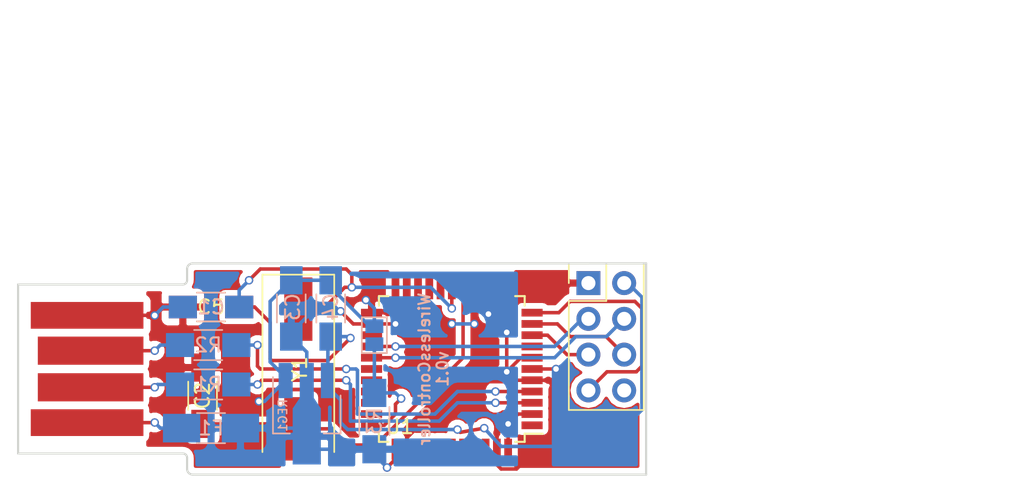
<source format=kicad_pcb>
(kicad_pcb (version 4) (host pcbnew 4.0.5)

  (general
    (links 44)
    (no_connects 0)
    (area 91.124999 70.024999 135.875001 85.175001)
    (thickness 1.6)
    (drawings 20)
    (tracks 211)
    (zones 0)
    (modules 15)
    (nets 40)
  )

  (page A4)
  (layers
    (0 Front signal hide)
    (31 Bottom signal)
    (32 B.Adhes user)
    (33 F.Adhes user hide)
    (34 B.Paste user)
    (35 F.Paste user hide)
    (36 B.SilkS user)
    (37 F.SilkS user hide)
    (38 B.Mask user)
    (39 F.Mask user hide)
    (40 Dwgs.User user hide)
    (41 Cmts.User user hide)
    (42 Eco1.User user)
    (43 Eco2.User user hide)
    (44 Edge.Cuts user)
    (45 Margin user hide)
    (46 B.CrtYd user hide)
    (47 F.CrtYd user hide)
    (48 B.Fab user hide)
    (49 F.Fab user hide)
  )

  (setup
    (last_trace_width 0.25)
    (trace_clearance 0.2)
    (zone_clearance 0.4)
    (zone_45_only no)
    (trace_min 0.2)
    (segment_width 0.2)
    (edge_width 0.15)
    (via_size 0.6)
    (via_drill 0.4)
    (via_min_size 0.4)
    (via_min_drill 0.3)
    (uvia_size 0.3)
    (uvia_drill 0.1)
    (uvias_allowed no)
    (uvia_min_size 0.2)
    (uvia_min_drill 0.1)
    (pcb_text_width 0.3)
    (pcb_text_size 1.5 1.5)
    (mod_edge_width 0.15)
    (mod_text_size 1 1)
    (mod_text_width 0.15)
    (pad_size 1.524 1.524)
    (pad_drill 0.762)
    (pad_to_mask_clearance 0.2)
    (aux_axis_origin 131.7 74.1)
    (visible_elements 7FFEBDDF)
    (pcbplotparams
      (layerselection 0x00030_80000001)
      (usegerberextensions false)
      (excludeedgelayer true)
      (linewidth 0.100000)
      (plotframeref false)
      (viasonmask false)
      (mode 1)
      (useauxorigin false)
      (hpglpennumber 1)
      (hpglpenspeed 20)
      (hpglpendiameter 15)
      (hpglpenoverlay 2)
      (psnegative false)
      (psa4output false)
      (plotreference true)
      (plotvalue true)
      (plotinvisibletext false)
      (padsonsilk false)
      (subtractmaskfromsilk false)
      (outputformat 1)
      (mirror false)
      (drillshape 1)
      (scaleselection 1)
      (outputdirectory ""))
  )

  (net 0 "")
  (net 1 "Net-(C1-Pad1)")
  (net 2 GND)
  (net 3 "Net-(C2-Pad1)")
  (net 4 +5V)
  (net 5 +3V3)
  (net 6 "Net-(F1-Pad2)")
  (net 7 CE)
  (net 8 CSN)
  (net 9 SCK)
  (net 10 MOSI)
  (net 11 MISO)
  (net 12 "Net-(J1-Pad8)")
  (net 13 "Net-(J2-Pad1)")
  (net 14 D-)
  (net 15 "Net-(R1-Pad2)")
  (net 16 D+)
  (net 17 "Net-(R2-Pad2)")
  (net 18 "Net-(U1-Pad1)")
  (net 19 "Net-(U1-Pad8)")
  (net 20 "Net-(U1-Pad12)")
  (net 21 "Net-(U1-Pad13)")
  (net 22 "Net-(U1-Pad18)")
  (net 23 "Net-(U1-Pad19)")
  (net 24 "Net-(U1-Pad20)")
  (net 25 "Net-(U1-Pad21)")
  (net 26 "Net-(U1-Pad22)")
  (net 27 "Net-(U1-Pad25)")
  (net 28 "Net-(U1-Pad28)")
  (net 29 "Net-(U1-Pad29)")
  (net 30 "Net-(U1-Pad30)")
  (net 31 "Net-(U1-Pad31)")
  (net 32 "Net-(U1-Pad32)")
  (net 33 "Net-(U1-Pad36)")
  (net 34 "Net-(U1-Pad37)")
  (net 35 "Net-(U1-Pad38)")
  (net 36 "Net-(U1-Pad39)")
  (net 37 "Net-(U1-Pad40)")
  (net 38 "Net-(U1-Pad41)")
  (net 39 "Net-(U1-Pad42)")

  (net_class Default "This is the default net class."
    (clearance 0.2)
    (trace_width 0.25)
    (via_dia 0.6)
    (via_drill 0.4)
    (uvia_dia 0.3)
    (uvia_drill 0.1)
    (add_net +3V3)
    (add_net +5V)
    (add_net CE)
    (add_net CSN)
    (add_net D+)
    (add_net D-)
    (add_net GND)
    (add_net MISO)
    (add_net MOSI)
    (add_net "Net-(C1-Pad1)")
    (add_net "Net-(C2-Pad1)")
    (add_net "Net-(F1-Pad2)")
    (add_net "Net-(J1-Pad8)")
    (add_net "Net-(J2-Pad1)")
    (add_net "Net-(R1-Pad2)")
    (add_net "Net-(R2-Pad2)")
    (add_net "Net-(U1-Pad1)")
    (add_net "Net-(U1-Pad12)")
    (add_net "Net-(U1-Pad13)")
    (add_net "Net-(U1-Pad18)")
    (add_net "Net-(U1-Pad19)")
    (add_net "Net-(U1-Pad20)")
    (add_net "Net-(U1-Pad21)")
    (add_net "Net-(U1-Pad22)")
    (add_net "Net-(U1-Pad25)")
    (add_net "Net-(U1-Pad28)")
    (add_net "Net-(U1-Pad29)")
    (add_net "Net-(U1-Pad30)")
    (add_net "Net-(U1-Pad31)")
    (add_net "Net-(U1-Pad32)")
    (add_net "Net-(U1-Pad36)")
    (add_net "Net-(U1-Pad37)")
    (add_net "Net-(U1-Pad38)")
    (add_net "Net-(U1-Pad39)")
    (add_net "Net-(U1-Pad40)")
    (add_net "Net-(U1-Pad41)")
    (add_net "Net-(U1-Pad42)")
    (add_net "Net-(U1-Pad8)")
    (add_net SCK)
  )

  (module Capacitors_SMD:C_1206_HandSoldering (layer Bottom) (tedit 58C56088) (tstamp 58C3DDF3)
    (at 104.9 73.2 180)
    (descr "Capacitor SMD 1206, hand soldering")
    (tags "capacitor 1206")
    (path /58BC2779)
    (attr smd)
    (fp_text reference C1 (at 0 0 180) (layer B.SilkS)
      (effects (font (size 1 1) (thickness 0.15)) (justify mirror))
    )
    (fp_text value 16pF (at 0 -2 180) (layer B.Fab)
      (effects (font (size 1 1) (thickness 0.15)) (justify mirror))
    )
    (fp_text user %R (at 0 1.75 180) (layer B.Fab)
      (effects (font (size 1 1) (thickness 0.15)) (justify mirror))
    )
    (fp_line (start -1.6 -0.8) (end -1.6 0.8) (layer B.Fab) (width 0.1))
    (fp_line (start 1.6 -0.8) (end -1.6 -0.8) (layer B.Fab) (width 0.1))
    (fp_line (start 1.6 0.8) (end 1.6 -0.8) (layer B.Fab) (width 0.1))
    (fp_line (start -1.6 0.8) (end 1.6 0.8) (layer B.Fab) (width 0.1))
    (fp_line (start 1 1.02) (end -1 1.02) (layer B.SilkS) (width 0.12))
    (fp_line (start -1 -1.02) (end 1 -1.02) (layer B.SilkS) (width 0.12))
    (fp_line (start -3.25 1.05) (end 3.25 1.05) (layer B.CrtYd) (width 0.05))
    (fp_line (start -3.25 1.05) (end -3.25 -1.05) (layer B.CrtYd) (width 0.05))
    (fp_line (start 3.25 -1.05) (end 3.25 1.05) (layer B.CrtYd) (width 0.05))
    (fp_line (start 3.25 -1.05) (end -3.25 -1.05) (layer B.CrtYd) (width 0.05))
    (pad 1 smd rect (at -2 0 180) (size 2 1.6) (layers Bottom B.Paste B.Mask)
      (net 1 "Net-(C1-Pad1)"))
    (pad 2 smd rect (at 2 0 180) (size 2 1.6) (layers Bottom B.Paste B.Mask)
      (net 2 GND))
    (model Capacitors_SMD.3dshapes/C_1206.wrl
      (at (xyz 0 0 0))
      (scale (xyz 1 1 1))
      (rotate (xyz 0 0 0))
    )
  )

  (module Capacitors_SMD:C_1206_HandSoldering (layer Front) (tedit 58C568AF) (tstamp 58C3DDF9)
    (at 104.3 79.5 90)
    (descr "Capacitor SMD 1206, hand soldering")
    (tags "capacitor 1206")
    (path /58BC27CE)
    (attr smd)
    (fp_text reference C2 (at 0 0 90) (layer F.SilkS)
      (effects (font (size 1 1) (thickness 0.15)))
    )
    (fp_text value 16pF (at 0 1.8 90) (layer F.Fab)
      (effects (font (size 1 1) (thickness 0.15)))
    )
    (fp_text user %R (at 0 -1.75 90) (layer F.Fab)
      (effects (font (size 1 1) (thickness 0.15)))
    )
    (fp_line (start -1.6 0.8) (end -1.6 -0.8) (layer F.Fab) (width 0.1))
    (fp_line (start 1.6 0.8) (end -1.6 0.8) (layer F.Fab) (width 0.1))
    (fp_line (start 1.6 -0.8) (end 1.6 0.8) (layer F.Fab) (width 0.1))
    (fp_line (start -1.6 -0.8) (end 1.6 -0.8) (layer F.Fab) (width 0.1))
    (fp_line (start 1 -1.02) (end -1 -1.02) (layer F.SilkS) (width 0.12))
    (fp_line (start -1 1.02) (end 1 1.02) (layer F.SilkS) (width 0.12))
    (fp_line (start -3.25 -1.05) (end 3.25 -1.05) (layer F.CrtYd) (width 0.05))
    (fp_line (start -3.25 -1.05) (end -3.25 1.05) (layer F.CrtYd) (width 0.05))
    (fp_line (start 3.25 1.05) (end 3.25 -1.05) (layer F.CrtYd) (width 0.05))
    (fp_line (start 3.25 1.05) (end -3.25 1.05) (layer F.CrtYd) (width 0.05))
    (pad 1 smd rect (at -2 0 90) (size 2 1.6) (layers Front F.Paste F.Mask)
      (net 3 "Net-(C2-Pad1)"))
    (pad 2 smd rect (at 2 0 90) (size 2 1.6) (layers Front F.Paste F.Mask)
      (net 2 GND))
    (model Capacitors_SMD.3dshapes/C_1206.wrl
      (at (xyz 0 0 0))
      (scale (xyz 1 1 1))
      (rotate (xyz 0 0 0))
    )
  )

  (module Capacitors_SMD:C_1206_HandSoldering (layer Bottom) (tedit 58C5608D) (tstamp 58C3DDFF)
    (at 110.6 73.3 90)
    (descr "Capacitor SMD 1206, hand soldering")
    (tags "capacitor 1206")
    (path /58BC3662)
    (attr smd)
    (fp_text reference C3 (at 0.1 0.1 90) (layer B.SilkS)
      (effects (font (size 1 1) (thickness 0.15)) (justify mirror))
    )
    (fp_text value 10uF (at 0 -2 90) (layer B.Fab)
      (effects (font (size 1 1) (thickness 0.15)) (justify mirror))
    )
    (fp_text user %R (at 0 1.75 90) (layer B.Fab)
      (effects (font (size 1 1) (thickness 0.15)) (justify mirror))
    )
    (fp_line (start -1.6 -0.8) (end -1.6 0.8) (layer B.Fab) (width 0.1))
    (fp_line (start 1.6 -0.8) (end -1.6 -0.8) (layer B.Fab) (width 0.1))
    (fp_line (start 1.6 0.8) (end 1.6 -0.8) (layer B.Fab) (width 0.1))
    (fp_line (start -1.6 0.8) (end 1.6 0.8) (layer B.Fab) (width 0.1))
    (fp_line (start 1 1.02) (end -1 1.02) (layer B.SilkS) (width 0.12))
    (fp_line (start -1 -1.02) (end 1 -1.02) (layer B.SilkS) (width 0.12))
    (fp_line (start -3.25 1.05) (end 3.25 1.05) (layer B.CrtYd) (width 0.05))
    (fp_line (start -3.25 1.05) (end -3.25 -1.05) (layer B.CrtYd) (width 0.05))
    (fp_line (start 3.25 -1.05) (end 3.25 1.05) (layer B.CrtYd) (width 0.05))
    (fp_line (start 3.25 -1.05) (end -3.25 -1.05) (layer B.CrtYd) (width 0.05))
    (pad 1 smd rect (at -2 0 90) (size 2 1.6) (layers Bottom B.Paste B.Mask)
      (net 4 +5V))
    (pad 2 smd rect (at 2 0 90) (size 2 1.6) (layers Bottom B.Paste B.Mask)
      (net 2 GND))
    (model Capacitors_SMD.3dshapes/C_1206.wrl
      (at (xyz 0 0 0))
      (scale (xyz 1 1 1))
      (rotate (xyz 0 0 0))
    )
  )

  (module Capacitors_SMD:C_1206_HandSoldering (layer Bottom) (tedit 58C56090) (tstamp 58C3DE05)
    (at 113.4 73.3 90)
    (descr "Capacitor SMD 1206, hand soldering")
    (tags "capacitor 1206")
    (path /58BC373B)
    (attr smd)
    (fp_text reference C4 (at 0.1 0 90) (layer B.SilkS)
      (effects (font (size 1 1) (thickness 0.15)) (justify mirror))
    )
    (fp_text value 10uF (at 0 -2 90) (layer B.Fab)
      (effects (font (size 1 1) (thickness 0.15)) (justify mirror))
    )
    (fp_text user %R (at 0 1.75 90) (layer B.Fab)
      (effects (font (size 1 1) (thickness 0.15)) (justify mirror))
    )
    (fp_line (start -1.6 -0.8) (end -1.6 0.8) (layer B.Fab) (width 0.1))
    (fp_line (start 1.6 -0.8) (end -1.6 -0.8) (layer B.Fab) (width 0.1))
    (fp_line (start 1.6 0.8) (end 1.6 -0.8) (layer B.Fab) (width 0.1))
    (fp_line (start -1.6 0.8) (end 1.6 0.8) (layer B.Fab) (width 0.1))
    (fp_line (start 1 1.02) (end -1 1.02) (layer B.SilkS) (width 0.12))
    (fp_line (start -1 -1.02) (end 1 -1.02) (layer B.SilkS) (width 0.12))
    (fp_line (start -3.25 1.05) (end 3.25 1.05) (layer B.CrtYd) (width 0.05))
    (fp_line (start -3.25 1.05) (end -3.25 -1.05) (layer B.CrtYd) (width 0.05))
    (fp_line (start 3.25 -1.05) (end 3.25 1.05) (layer B.CrtYd) (width 0.05))
    (fp_line (start 3.25 -1.05) (end -3.25 -1.05) (layer B.CrtYd) (width 0.05))
    (pad 1 smd rect (at -2 0 90) (size 2 1.6) (layers Bottom B.Paste B.Mask)
      (net 5 +3V3))
    (pad 2 smd rect (at 2 0 90) (size 2 1.6) (layers Bottom B.Paste B.Mask)
      (net 2 GND))
    (model Capacitors_SMD.3dshapes/C_1206.wrl
      (at (xyz 0 0 0))
      (scale (xyz 1 1 1))
      (rotate (xyz 0 0 0))
    )
  )

  (module Capacitors_SMD:C_1206_HandSoldering (layer Front) (tedit 58C568B6) (tstamp 58C3DE0B)
    (at 104.9 73.2 180)
    (descr "Capacitor SMD 1206, hand soldering")
    (tags "capacitor 1206")
    (path /58C403E6)
    (attr smd)
    (fp_text reference C5 (at 0 0 180) (layer F.SilkS)
      (effects (font (size 1 1) (thickness 0.15)))
    )
    (fp_text value 0.1uF (at -0.5 1.7 180) (layer F.Fab)
      (effects (font (size 1 1) (thickness 0.15)))
    )
    (fp_text user %R (at 0 -1.75 180) (layer F.Fab)
      (effects (font (size 1 1) (thickness 0.15)))
    )
    (fp_line (start -1.6 0.8) (end -1.6 -0.8) (layer F.Fab) (width 0.1))
    (fp_line (start 1.6 0.8) (end -1.6 0.8) (layer F.Fab) (width 0.1))
    (fp_line (start 1.6 -0.8) (end 1.6 0.8) (layer F.Fab) (width 0.1))
    (fp_line (start -1.6 -0.8) (end 1.6 -0.8) (layer F.Fab) (width 0.1))
    (fp_line (start 1 -1.02) (end -1 -1.02) (layer F.SilkS) (width 0.12))
    (fp_line (start -1 1.02) (end 1 1.02) (layer F.SilkS) (width 0.12))
    (fp_line (start -3.25 -1.05) (end 3.25 -1.05) (layer F.CrtYd) (width 0.05))
    (fp_line (start -3.25 -1.05) (end -3.25 1.05) (layer F.CrtYd) (width 0.05))
    (fp_line (start 3.25 1.05) (end 3.25 -1.05) (layer F.CrtYd) (width 0.05))
    (fp_line (start 3.25 1.05) (end -3.25 1.05) (layer F.CrtYd) (width 0.05))
    (pad 1 smd rect (at -2 0 180) (size 2 1.6) (layers Front F.Paste F.Mask)
      (net 5 +3V3))
    (pad 2 smd rect (at 2 0 180) (size 2 1.6) (layers Front F.Paste F.Mask)
      (net 2 GND))
    (model Capacitors_SMD.3dshapes/C_1206.wrl
      (at (xyz 0 0 0))
      (scale (xyz 1 1 1))
      (rotate (xyz 0 0 0))
    )
  )

  (module Fuse_Holders_and_Fuses:Fuse_SMD1206_HandSoldering (layer Bottom) (tedit 58C56080) (tstamp 58C3DE11)
    (at 104.9 81.8 180)
    (descr "Fuse, Sicherung, SMD1206, Littlefuse-Wickmann 433 Series, Hand Soldering,")
    (tags "Fuse Sicherung SMD1206 Littlefuse-Wickmann 433 Series Hand Soldering ")
    (path /58BC311A)
    (attr smd)
    (fp_text reference F1 (at 0 0 180) (layer B.SilkS)
      (effects (font (size 1 1) (thickness 0.15)) (justify mirror))
    )
    (fp_text value 500mA (at -0.15 -2.5 180) (layer B.Fab)
      (effects (font (size 1 1) (thickness 0.15)) (justify mirror))
    )
    (fp_line (start -1.6 -0.8) (end -1.6 0.8) (layer B.Fab) (width 0.1))
    (fp_line (start 1.6 -0.8) (end -1.6 -0.8) (layer B.Fab) (width 0.1))
    (fp_line (start 1.6 0.8) (end 1.6 -0.8) (layer B.Fab) (width 0.1))
    (fp_line (start -1.6 0.8) (end 1.6 0.8) (layer B.Fab) (width 0.1))
    (fp_line (start 1 -1.07) (end -1 -1.07) (layer B.SilkS) (width 0.12))
    (fp_line (start -1 1.07) (end 1 1.07) (layer B.SilkS) (width 0.12))
    (fp_line (start -3.35 1.58) (end 3.35 1.58) (layer B.CrtYd) (width 0.05))
    (fp_line (start -3.35 1.58) (end -3.35 -1.58) (layer B.CrtYd) (width 0.05))
    (fp_line (start 3.35 -1.58) (end 3.35 1.58) (layer B.CrtYd) (width 0.05))
    (fp_line (start 3.35 -1.58) (end -3.35 -1.58) (layer B.CrtYd) (width 0.05))
    (pad 1 smd rect (at -2.09 0 90) (size 2.03 2.65) (layers Bottom B.Paste B.Mask)
      (net 4 +5V))
    (pad 2 smd rect (at 2.09 0 90) (size 2.03 2.65) (layers Bottom B.Paste B.Mask)
      (net 6 "Net-(F1-Pad2)"))
  )

  (module Pin_Headers:Pin_Header_Straight_2x04_Pitch2.54mm (layer Front) (tedit 58C5682A) (tstamp 58C3DE1D)
    (at 131.7 71.5)
    (descr "Through hole straight pin header, 2x04, 2.54mm pitch, double rows")
    (tags "Through hole pin header THT 2x04 2.54mm double row")
    (path /58BC395E)
    (fp_text reference J1 (at 1.27 -2.39) (layer F.SilkS) hide
      (effects (font (size 1 1) (thickness 0.15)))
    )
    (fp_text value CONN_02X04 (at 3.1 11) (layer F.Fab)
      (effects (font (size 1 1) (thickness 0.15)))
    )
    (fp_line (start -1.27 -1.27) (end -1.27 8.89) (layer F.Fab) (width 0.1))
    (fp_line (start -1.27 8.89) (end 3.81 8.89) (layer F.Fab) (width 0.1))
    (fp_line (start 3.81 8.89) (end 3.81 -1.27) (layer F.Fab) (width 0.1))
    (fp_line (start 3.81 -1.27) (end -1.27 -1.27) (layer F.Fab) (width 0.1))
    (fp_line (start -1.39 1.27) (end -1.39 9.01) (layer F.SilkS) (width 0.12))
    (fp_line (start -1.39 9.01) (end 3.93 9.01) (layer F.SilkS) (width 0.12))
    (fp_line (start 3.93 9.01) (end 3.93 -1.39) (layer F.SilkS) (width 0.12))
    (fp_line (start 3.93 -1.39) (end 1.27 -1.39) (layer F.SilkS) (width 0.12))
    (fp_line (start 1.27 -1.39) (end 1.27 1.27) (layer F.SilkS) (width 0.12))
    (fp_line (start 1.27 1.27) (end -1.39 1.27) (layer F.SilkS) (width 0.12))
    (fp_line (start -1.39 0) (end -1.39 -1.39) (layer F.SilkS) (width 0.12))
    (fp_line (start -1.39 -1.39) (end 0 -1.39) (layer F.SilkS) (width 0.12))
    (fp_line (start -1.6 -1.6) (end -1.6 9.2) (layer F.CrtYd) (width 0.05))
    (fp_line (start -1.6 9.2) (end 4.1 9.2) (layer F.CrtYd) (width 0.05))
    (fp_line (start 4.1 9.2) (end 4.1 -1.6) (layer F.CrtYd) (width 0.05))
    (fp_line (start 4.1 -1.6) (end -1.6 -1.6) (layer F.CrtYd) (width 0.05))
    (pad 1 thru_hole rect (at 0 0) (size 1.7 1.7) (drill 1) (layers *.Cu *.Mask)
      (net 2 GND))
    (pad 2 thru_hole oval (at 2.54 0) (size 1.7 1.7) (drill 1) (layers *.Cu *.Mask)
      (net 5 +3V3))
    (pad 3 thru_hole oval (at 0 2.54) (size 1.7 1.7) (drill 1) (layers *.Cu *.Mask)
      (net 7 CE))
    (pad 4 thru_hole oval (at 2.54 2.54) (size 1.7 1.7) (drill 1) (layers *.Cu *.Mask)
      (net 8 CSN))
    (pad 5 thru_hole oval (at 0 5.08) (size 1.7 1.7) (drill 1) (layers *.Cu *.Mask)
      (net 9 SCK))
    (pad 6 thru_hole oval (at 2.54 5.08) (size 1.7 1.7) (drill 1) (layers *.Cu *.Mask)
      (net 10 MOSI))
    (pad 7 thru_hole oval (at 0 7.62) (size 1.7 1.7) (drill 1) (layers *.Cu *.Mask)
      (net 11 MISO))
    (pad 8 thru_hole oval (at 2.54 7.62) (size 1.7 1.7) (drill 1) (layers *.Cu *.Mask)
      (net 12 "Net-(J1-Pad8)"))
    (model Pin_Headers.3dshapes/Pin_Header_Straight_2x04_Pitch2.54mm.wrl
      (at (xyz 0.05 -0.15 0))
      (scale (xyz 1 1 1))
      (rotate (xyz 0 0 90))
    )
  )

  (module Connect:GS2 (layer Bottom) (tedit 58C560AE) (tstamp 58C3DE2B)
    (at 116.5 75.2)
    (descr "2-pin solder bridge")
    (tags "solder bridge")
    (path /58C40C23)
    (attr smd)
    (fp_text reference J2 (at 1.78 0 90) (layer B.SilkS) hide
      (effects (font (size 1 1) (thickness 0.15)) (justify mirror))
    )
    (fp_text value GS2 (at -1.8 0 270) (layer B.Fab)
      (effects (font (size 1 1) (thickness 0.15)) (justify mirror))
    )
    (fp_line (start 1.1 1.45) (end 1.1 -1.5) (layer B.CrtYd) (width 0.05))
    (fp_line (start 1.1 -1.5) (end -1.1 -1.5) (layer B.CrtYd) (width 0.05))
    (fp_line (start -1.1 -1.5) (end -1.1 1.45) (layer B.CrtYd) (width 0.05))
    (fp_line (start -1.1 1.45) (end 1.1 1.45) (layer B.CrtYd) (width 0.05))
    (fp_line (start -0.89 1.27) (end -0.89 -1.27) (layer B.SilkS) (width 0.12))
    (fp_line (start 0.89 -1.27) (end 0.89 1.27) (layer B.SilkS) (width 0.12))
    (fp_line (start 0.89 -1.27) (end -0.89 -1.27) (layer B.SilkS) (width 0.12))
    (fp_line (start -0.89 1.27) (end 0.89 1.27) (layer B.SilkS) (width 0.12))
    (pad 1 smd rect (at 0 0.64) (size 1.27 0.97) (layers Bottom B.Paste B.Mask)
      (net 13 "Net-(J2-Pad1)"))
    (pad 2 smd rect (at 0 -0.64) (size 1.27 0.97) (layers Bottom B.Paste B.Mask)
      (net 2 GND))
  )

  (module Resistors_SMD:R_1206_HandSoldering (layer Bottom) (tedit 58C56085) (tstamp 58C3DE31)
    (at 104.7 78.7 180)
    (descr "Resistor SMD 1206, hand soldering")
    (tags "resistor 1206")
    (path /58BDCDBA)
    (attr smd)
    (fp_text reference R1 (at 0 0 180) (layer B.SilkS)
      (effects (font (size 1 1) (thickness 0.15)) (justify mirror))
    )
    (fp_text value 22R (at 0 -1.9 180) (layer B.Fab)
      (effects (font (size 1 1) (thickness 0.15)) (justify mirror))
    )
    (fp_text user %R (at 0 1.85 180) (layer B.Fab)
      (effects (font (size 1 1) (thickness 0.15)) (justify mirror))
    )
    (fp_line (start -1.6 -0.8) (end -1.6 0.8) (layer B.Fab) (width 0.1))
    (fp_line (start 1.6 -0.8) (end -1.6 -0.8) (layer B.Fab) (width 0.1))
    (fp_line (start 1.6 0.8) (end 1.6 -0.8) (layer B.Fab) (width 0.1))
    (fp_line (start -1.6 0.8) (end 1.6 0.8) (layer B.Fab) (width 0.1))
    (fp_line (start 1 -1.07) (end -1 -1.07) (layer B.SilkS) (width 0.12))
    (fp_line (start -1 1.07) (end 1 1.07) (layer B.SilkS) (width 0.12))
    (fp_line (start -3.25 1.11) (end 3.25 1.11) (layer B.CrtYd) (width 0.05))
    (fp_line (start -3.25 1.11) (end -3.25 -1.1) (layer B.CrtYd) (width 0.05))
    (fp_line (start 3.25 -1.1) (end 3.25 1.11) (layer B.CrtYd) (width 0.05))
    (fp_line (start 3.25 -1.1) (end -3.25 -1.1) (layer B.CrtYd) (width 0.05))
    (pad 1 smd rect (at -2 0 180) (size 2 1.7) (layers Bottom B.Paste B.Mask)
      (net 14 D-))
    (pad 2 smd rect (at 2 0 180) (size 2 1.7) (layers Bottom B.Paste B.Mask)
      (net 15 "Net-(R1-Pad2)"))
    (model Resistors_SMD.3dshapes/R_1206.wrl
      (at (xyz 0 0 0))
      (scale (xyz 1 1 1))
      (rotate (xyz 0 0 0))
    )
  )

  (module Resistors_SMD:R_1206_HandSoldering (layer Bottom) (tedit 58C56087) (tstamp 58C3DE37)
    (at 104.7 75.9 180)
    (descr "Resistor SMD 1206, hand soldering")
    (tags "resistor 1206")
    (path /58BDCE3F)
    (attr smd)
    (fp_text reference R2 (at 0 0 180) (layer B.SilkS)
      (effects (font (size 1 1) (thickness 0.15)) (justify mirror))
    )
    (fp_text value 22R (at 0 -1.9 180) (layer B.Fab)
      (effects (font (size 1 1) (thickness 0.15)) (justify mirror))
    )
    (fp_text user %R (at 0 1.85 180) (layer B.Fab)
      (effects (font (size 1 1) (thickness 0.15)) (justify mirror))
    )
    (fp_line (start -1.6 -0.8) (end -1.6 0.8) (layer B.Fab) (width 0.1))
    (fp_line (start 1.6 -0.8) (end -1.6 -0.8) (layer B.Fab) (width 0.1))
    (fp_line (start 1.6 0.8) (end 1.6 -0.8) (layer B.Fab) (width 0.1))
    (fp_line (start -1.6 0.8) (end 1.6 0.8) (layer B.Fab) (width 0.1))
    (fp_line (start 1 -1.07) (end -1 -1.07) (layer B.SilkS) (width 0.12))
    (fp_line (start -1 1.07) (end 1 1.07) (layer B.SilkS) (width 0.12))
    (fp_line (start -3.25 1.11) (end 3.25 1.11) (layer B.CrtYd) (width 0.05))
    (fp_line (start -3.25 1.11) (end -3.25 -1.1) (layer B.CrtYd) (width 0.05))
    (fp_line (start 3.25 -1.1) (end 3.25 1.11) (layer B.CrtYd) (width 0.05))
    (fp_line (start 3.25 -1.1) (end -3.25 -1.1) (layer B.CrtYd) (width 0.05))
    (pad 1 smd rect (at -2 0 180) (size 2 1.7) (layers Bottom B.Paste B.Mask)
      (net 16 D+))
    (pad 2 smd rect (at 2 0 180) (size 2 1.7) (layers Bottom B.Paste B.Mask)
      (net 17 "Net-(R2-Pad2)"))
    (model Resistors_SMD.3dshapes/R_1206.wrl
      (at (xyz 0 0 0))
      (scale (xyz 1 1 1))
      (rotate (xyz 0 0 0))
    )
  )

  (module Resistors_SMD:R_1206_HandSoldering (layer Bottom) (tedit 58C560B4) (tstamp 58C3DE3D)
    (at 116.5 81.3 90)
    (descr "Resistor SMD 1206, hand soldering")
    (tags "resistor 1206")
    (path /58C40772)
    (attr smd)
    (fp_text reference R3 (at 0 0 90) (layer B.SilkS)
      (effects (font (size 1 1) (thickness 0.15)) (justify mirror))
    )
    (fp_text value 10K (at 0 -1.9 90) (layer B.Fab)
      (effects (font (size 1 1) (thickness 0.15)) (justify mirror))
    )
    (fp_text user %R (at 0 1.85 90) (layer B.Fab)
      (effects (font (size 1 1) (thickness 0.15)) (justify mirror))
    )
    (fp_line (start -1.6 -0.8) (end -1.6 0.8) (layer B.Fab) (width 0.1))
    (fp_line (start 1.6 -0.8) (end -1.6 -0.8) (layer B.Fab) (width 0.1))
    (fp_line (start 1.6 0.8) (end 1.6 -0.8) (layer B.Fab) (width 0.1))
    (fp_line (start -1.6 0.8) (end 1.6 0.8) (layer B.Fab) (width 0.1))
    (fp_line (start 1 -1.07) (end -1 -1.07) (layer B.SilkS) (width 0.12))
    (fp_line (start -1 1.07) (end 1 1.07) (layer B.SilkS) (width 0.12))
    (fp_line (start -3.25 1.11) (end 3.25 1.11) (layer B.CrtYd) (width 0.05))
    (fp_line (start -3.25 1.11) (end -3.25 -1.1) (layer B.CrtYd) (width 0.05))
    (fp_line (start 3.25 -1.1) (end 3.25 1.11) (layer B.CrtYd) (width 0.05))
    (fp_line (start 3.25 -1.1) (end -3.25 -1.1) (layer B.CrtYd) (width 0.05))
    (pad 1 smd rect (at -2 0 90) (size 2 1.7) (layers Bottom B.Paste B.Mask)
      (net 4 +5V))
    (pad 2 smd rect (at 2 0 90) (size 2 1.7) (layers Bottom B.Paste B.Mask)
      (net 13 "Net-(J2-Pad1)"))
    (model Resistors_SMD.3dshapes/R_1206.wrl
      (at (xyz 0 0 0))
      (scale (xyz 1 1 1))
      (rotate (xyz 0 0 0))
    )
  )

  (module TO_SOT_Packages_SMD:SOT89-3_Housing_Handsoldering (layer Bottom) (tedit 58C560A7) (tstamp 58C3DE46)
    (at 111.7 80.4 270)
    (descr "SOT89-3, Housing, Handsoldering,")
    (tags "SOT89-3 Housing Handsoldering ")
    (path /58BC34B3)
    (attr smd)
    (fp_text reference REG1 (at 0.5 1.7 270) (layer B.SilkS)
      (effects (font (size 0.6 0.6) (thickness 0.1)) (justify mirror))
    )
    (fp_text value HT7333 (at 0.5 -3.15 270) (layer B.Fab)
      (effects (font (size 1 1) (thickness 0.15)) (justify mirror))
    )
    (fp_line (start -3.5 -2.55) (end 4.25 -2.55) (layer B.CrtYd) (width 0.05))
    (fp_line (start 4.25 -2.55) (end 4.25 2.55) (layer B.CrtYd) (width 0.05))
    (fp_line (start 4.25 2.55) (end -3.5 2.55) (layer B.CrtYd) (width 0.05))
    (fp_line (start -3.5 2.55) (end -3.5 -2.55) (layer B.CrtYd) (width 0.05))
    (fp_line (start 1.78 -1.2) (end 1.78 -2.4) (layer B.SilkS) (width 0.12))
    (fp_line (start 1.78 -2.4) (end -0.92 -2.4) (layer B.SilkS) (width 0.12))
    (fp_line (start -2.22 2.4) (end 1.78 2.4) (layer B.SilkS) (width 0.12))
    (fp_line (start 1.78 2.4) (end 1.78 1.2) (layer B.SilkS) (width 0.12))
    (fp_line (start -0.92 1.51) (end -0.13 2.3) (layer B.Fab) (width 0.1))
    (fp_line (start 1.68 2.3) (end 1.68 -2.3) (layer B.Fab) (width 0.1))
    (fp_line (start 1.68 -2.3) (end -0.92 -2.3) (layer B.Fab) (width 0.1))
    (fp_line (start -0.92 -2.3) (end -0.92 1.51) (layer B.Fab) (width 0.1))
    (fp_line (start -0.13 2.3) (end 1.68 2.3) (layer B.Fab) (width 0.1))
    (pad 1 smd rect (at -1.98 1.5) (size 1 2.5) (layers Bottom B.Paste B.Mask)
      (net 2 GND))
    (pad 2 smd rect (at -1.98 0) (size 1 2.5) (layers Bottom B.Paste B.Mask)
      (net 4 +5V))
    (pad 3 smd rect (at -1.98 -1.5) (size 1 2.5) (layers Bottom B.Paste B.Mask)
      (net 5 +3V3))
    (pad 2 smd rect (at 1.98 0) (size 2 4) (layers Bottom B.Paste B.Mask)
      (net 4 +5V))
    (pad 2 smd trapezoid (at -0.37 0 180) (size 1.5 0.75) (rect_delta 0 -0.5 ) (layers Bottom B.Paste B.Mask)
      (net 4 +5V))
    (model TO_SOT_Packages_SMD.3dshapes/SOT89-3_Housing_Handsoldering.wrl
      (at (xyz 0.02 0 0))
      (scale (xyz 0.39 0.39 0.39))
      (rotate (xyz 0 0 90))
    )
  )

  (module Housings_QFP:TQFP-44_10x10mm_Pitch0.8mm (layer Front) (tedit 58C568D8) (tstamp 58C3DE76)
    (at 122 77.6 180)
    (descr "44-Lead Plastic Thin Quad Flatpack (PT) - 10x10x1.0 mm Body [TQFP] (see Microchip Packaging Specification 00000049BS.pdf)")
    (tags "QFP 0.8")
    (path /58BC2399)
    (attr smd)
    (fp_text reference U1 (at 3.7 -4.1 180) (layer F.SilkS)
      (effects (font (size 1 1) (thickness 0.15)))
    )
    (fp_text value ATMEGA32U4-AU (at 0 0.1 315) (layer F.Fab)
      (effects (font (size 1 1) (thickness 0.15)))
    )
    (fp_text user %R (at 1.6 -2 180) (layer F.Fab)
      (effects (font (size 1 1) (thickness 0.15)))
    )
    (fp_line (start -4 -5) (end 5 -5) (layer F.Fab) (width 0.15))
    (fp_line (start 5 -5) (end 5 5) (layer F.Fab) (width 0.15))
    (fp_line (start 5 5) (end -5 5) (layer F.Fab) (width 0.15))
    (fp_line (start -5 5) (end -5 -4) (layer F.Fab) (width 0.15))
    (fp_line (start -5 -4) (end -4 -5) (layer F.Fab) (width 0.15))
    (fp_line (start -6.7 -6.7) (end -6.7 6.7) (layer F.CrtYd) (width 0.05))
    (fp_line (start 6.7 -6.7) (end 6.7 6.7) (layer F.CrtYd) (width 0.05))
    (fp_line (start -6.7 -6.7) (end 6.7 -6.7) (layer F.CrtYd) (width 0.05))
    (fp_line (start -6.7 6.7) (end 6.7 6.7) (layer F.CrtYd) (width 0.05))
    (fp_line (start -5.175 -5.175) (end -5.175 -4.6) (layer F.SilkS) (width 0.15))
    (fp_line (start 5.175 -5.175) (end 5.175 -4.5) (layer F.SilkS) (width 0.15))
    (fp_line (start 5.175 5.175) (end 5.175 4.5) (layer F.SilkS) (width 0.15))
    (fp_line (start -5.175 5.175) (end -5.175 4.5) (layer F.SilkS) (width 0.15))
    (fp_line (start -5.175 -5.175) (end -4.5 -5.175) (layer F.SilkS) (width 0.15))
    (fp_line (start -5.175 5.175) (end -4.5 5.175) (layer F.SilkS) (width 0.15))
    (fp_line (start 5.175 5.175) (end 4.5 5.175) (layer F.SilkS) (width 0.15))
    (fp_line (start 5.175 -5.175) (end 4.5 -5.175) (layer F.SilkS) (width 0.15))
    (fp_line (start -5.175 -4.6) (end -6.45 -4.6) (layer F.SilkS) (width 0.15))
    (pad 1 smd rect (at -5.7 -4 180) (size 1.5 0.55) (layers Front F.Paste F.Mask)
      (net 18 "Net-(U1-Pad1)"))
    (pad 2 smd rect (at -5.7 -3.2 180) (size 1.5 0.55) (layers Front F.Paste F.Mask)
      (net 4 +5V))
    (pad 3 smd rect (at -5.7 -2.4 180) (size 1.5 0.55) (layers Front F.Paste F.Mask)
      (net 14 D-))
    (pad 4 smd rect (at -5.7 -1.6 180) (size 1.5 0.55) (layers Front F.Paste F.Mask)
      (net 16 D+))
    (pad 5 smd rect (at -5.7 -0.8 180) (size 1.5 0.55) (layers Front F.Paste F.Mask)
      (net 2 GND))
    (pad 6 smd rect (at -5.7 0 180) (size 1.5 0.55) (layers Front F.Paste F.Mask)
      (net 5 +3V3))
    (pad 7 smd rect (at -5.7 0.8 180) (size 1.5 0.55) (layers Front F.Paste F.Mask)
      (net 4 +5V))
    (pad 8 smd rect (at -5.7 1.6 180) (size 1.5 0.55) (layers Front F.Paste F.Mask)
      (net 19 "Net-(U1-Pad8)"))
    (pad 9 smd rect (at -5.7 2.4 180) (size 1.5 0.55) (layers Front F.Paste F.Mask)
      (net 9 SCK))
    (pad 10 smd rect (at -5.7 3.2 180) (size 1.5 0.55) (layers Front F.Paste F.Mask)
      (net 10 MOSI))
    (pad 11 smd rect (at -5.7 4 180) (size 1.5 0.55) (layers Front F.Paste F.Mask)
      (net 11 MISO))
    (pad 12 smd rect (at -4 5.7 270) (size 1.5 0.55) (layers Front F.Paste F.Mask)
      (net 20 "Net-(U1-Pad12)"))
    (pad 13 smd rect (at -3.2 5.7 270) (size 1.5 0.55) (layers Front F.Paste F.Mask)
      (net 21 "Net-(U1-Pad13)"))
    (pad 14 smd rect (at -2.4 5.7 270) (size 1.5 0.55) (layers Front F.Paste F.Mask)
      (net 4 +5V))
    (pad 15 smd rect (at -1.6 5.7 270) (size 1.5 0.55) (layers Front F.Paste F.Mask)
      (net 2 GND))
    (pad 16 smd rect (at -0.8 5.7 270) (size 1.5 0.55) (layers Front F.Paste F.Mask)
      (net 3 "Net-(C2-Pad1)"))
    (pad 17 smd rect (at 0 5.7 270) (size 1.5 0.55) (layers Front F.Paste F.Mask)
      (net 1 "Net-(C1-Pad1)"))
    (pad 18 smd rect (at 0.8 5.7 270) (size 1.5 0.55) (layers Front F.Paste F.Mask)
      (net 22 "Net-(U1-Pad18)"))
    (pad 19 smd rect (at 1.6 5.7 270) (size 1.5 0.55) (layers Front F.Paste F.Mask)
      (net 23 "Net-(U1-Pad19)"))
    (pad 20 smd rect (at 2.4 5.7 270) (size 1.5 0.55) (layers Front F.Paste F.Mask)
      (net 24 "Net-(U1-Pad20)"))
    (pad 21 smd rect (at 3.2 5.7 270) (size 1.5 0.55) (layers Front F.Paste F.Mask)
      (net 25 "Net-(U1-Pad21)"))
    (pad 22 smd rect (at 4 5.7 270) (size 1.5 0.55) (layers Front F.Paste F.Mask)
      (net 26 "Net-(U1-Pad22)"))
    (pad 23 smd rect (at 5.7 4 180) (size 1.5 0.55) (layers Front F.Paste F.Mask)
      (net 2 GND))
    (pad 24 smd rect (at 5.7 3.2 180) (size 1.5 0.55) (layers Front F.Paste F.Mask)
      (net 4 +5V))
    (pad 25 smd rect (at 5.7 2.4 180) (size 1.5 0.55) (layers Front F.Paste F.Mask)
      (net 27 "Net-(U1-Pad25)"))
    (pad 26 smd rect (at 5.7 1.6 180) (size 1.5 0.55) (layers Front F.Paste F.Mask)
      (net 7 CE))
    (pad 27 smd rect (at 5.7 0.8 180) (size 1.5 0.55) (layers Front F.Paste F.Mask)
      (net 8 CSN))
    (pad 28 smd rect (at 5.7 0 180) (size 1.5 0.55) (layers Front F.Paste F.Mask)
      (net 28 "Net-(U1-Pad28)"))
    (pad 29 smd rect (at 5.7 -0.8 180) (size 1.5 0.55) (layers Front F.Paste F.Mask)
      (net 29 "Net-(U1-Pad29)"))
    (pad 30 smd rect (at 5.7 -1.6 180) (size 1.5 0.55) (layers Front F.Paste F.Mask)
      (net 30 "Net-(U1-Pad30)"))
    (pad 31 smd rect (at 5.7 -2.4 180) (size 1.5 0.55) (layers Front F.Paste F.Mask)
      (net 31 "Net-(U1-Pad31)"))
    (pad 32 smd rect (at 5.7 -3.2 180) (size 1.5 0.55) (layers Front F.Paste F.Mask)
      (net 32 "Net-(U1-Pad32)"))
    (pad 33 smd rect (at 5.7 -4 180) (size 1.5 0.55) (layers Front F.Paste F.Mask)
      (net 13 "Net-(J2-Pad1)"))
    (pad 34 smd rect (at 4 -5.7 270) (size 1.5 0.55) (layers Front F.Paste F.Mask)
      (net 4 +5V))
    (pad 35 smd rect (at 3.2 -5.7 270) (size 1.5 0.55) (layers Front F.Paste F.Mask)
      (net 2 GND))
    (pad 36 smd rect (at 2.4 -5.7 270) (size 1.5 0.55) (layers Front F.Paste F.Mask)
      (net 33 "Net-(U1-Pad36)"))
    (pad 37 smd rect (at 1.6 -5.7 270) (size 1.5 0.55) (layers Front F.Paste F.Mask)
      (net 34 "Net-(U1-Pad37)"))
    (pad 38 smd rect (at 0.8 -5.7 270) (size 1.5 0.55) (layers Front F.Paste F.Mask)
      (net 35 "Net-(U1-Pad38)"))
    (pad 39 smd rect (at 0 -5.7 270) (size 1.5 0.55) (layers Front F.Paste F.Mask)
      (net 36 "Net-(U1-Pad39)"))
    (pad 40 smd rect (at -0.8 -5.7 270) (size 1.5 0.55) (layers Front F.Paste F.Mask)
      (net 37 "Net-(U1-Pad40)"))
    (pad 41 smd rect (at -1.6 -5.7 270) (size 1.5 0.55) (layers Front F.Paste F.Mask)
      (net 38 "Net-(U1-Pad41)"))
    (pad 42 smd rect (at -2.4 -5.7 270) (size 1.5 0.55) (layers Front F.Paste F.Mask)
      (net 39 "Net-(U1-Pad42)"))
    (pad 43 smd rect (at -3.2 -5.7 270) (size 1.5 0.55) (layers Front F.Paste F.Mask)
      (net 2 GND))
    (pad 44 smd rect (at -4 -5.7 270) (size 1.5 0.55) (layers Front F.Paste F.Mask)
      (net 4 +5V))
    (model Housings_QFP.3dshapes/TQFP-44_10x10mm_Pitch0.8mm.wrl
      (at (xyz 0 0 0))
      (scale (xyz 1 1 1))
      (rotate (xyz 0 0 0))
    )
  )

  (module customs.pretty:usb-PCB (layer Front) (tedit 542BB0AF) (tstamp 58C3DE81)
    (at 91.2 77.6 270)
    (path /58BC200D)
    (attr virtual)
    (fp_text reference USB1 (at 0.13 -7.85 270) (layer F.SilkS) hide
      (effects (font (size 1.5 1.5) (thickness 0.15)))
    )
    (fp_text value USB_PLUG (at 0.29 -10.13 270) (layer F.SilkS) hide
      (effects (font (size 1.5 1.5) (thickness 0.15)))
    )
    (fp_line (start 6.03 0) (end 6.03 -12) (layer Dwgs.User) (width 0.15))
    (fp_line (start 6.03 0) (end -6.03 0) (layer Dwgs.User) (width 0.15))
    (fp_line (start -6.03 0) (end -6.03 -12) (layer Dwgs.User) (width 0.15))
    (pad 1 connect rect (at 3.81 -4.9 270) (size 1.9 8) (layers Front F.Mask)
      (net 6 "Net-(F1-Pad2)"))
    (pad 4 connect rect (at -3.81 -4.9 270) (size 1.9 8) (layers Front F.Mask)
      (net 2 GND))
    (pad 3 connect rect (at -1.3 -5.15 270) (size 2 7.5) (layers Front F.Mask)
      (net 17 "Net-(R2-Pad2)"))
    (pad 2 connect rect (at 1.3 -5.15 270) (size 2 7.5) (layers Front F.Mask)
      (net 15 "Net-(R1-Pad2)"))
  )

  (module Crystals:Crystal_SMD_HC49-SD (layer Front) (tedit 58C568C9) (tstamp 58C3DE87)
    (at 111.1 77.6 270)
    (descr "SMD Crystal HC-49-SD http://cdn-reichelt.de/documents/datenblatt/B400/xxx-HC49-SMD.pdf, 11.4x4.7mm^2 package")
    (tags "SMD SMT crystal")
    (path /58BC257B)
    (attr smd)
    (fp_text reference Y1 (at 0 -0.1 270) (layer F.SilkS)
      (effects (font (size 1 1) (thickness 0.15)))
    )
    (fp_text value 16Mhz (at -0.2 3.3 270) (layer F.Fab)
      (effects (font (size 1 1) (thickness 0.15)))
    )
    (fp_arc (start -3.015 0) (end -3.015 -2.115) (angle -180) (layer F.Fab) (width 0.1))
    (fp_arc (start 3.015 0) (end 3.015 -2.115) (angle 180) (layer F.Fab) (width 0.1))
    (fp_line (start -5.7 -2.35) (end -5.7 2.35) (layer F.Fab) (width 0.1))
    (fp_line (start -5.7 2.35) (end 5.7 2.35) (layer F.Fab) (width 0.1))
    (fp_line (start 5.7 2.35) (end 5.7 -2.35) (layer F.Fab) (width 0.1))
    (fp_line (start 5.7 -2.35) (end -5.7 -2.35) (layer F.Fab) (width 0.1))
    (fp_line (start -3.015 -2.115) (end 3.015 -2.115) (layer F.Fab) (width 0.1))
    (fp_line (start -3.015 2.115) (end 3.015 2.115) (layer F.Fab) (width 0.1))
    (fp_line (start 5.9 -2.55) (end -6.7 -2.55) (layer F.SilkS) (width 0.12))
    (fp_line (start -6.7 -2.55) (end -6.7 2.55) (layer F.SilkS) (width 0.12))
    (fp_line (start -6.7 2.55) (end 5.9 2.55) (layer F.SilkS) (width 0.12))
    (fp_line (start -6.8 -2.6) (end -6.8 2.6) (layer F.CrtYd) (width 0.05))
    (fp_line (start -6.8 2.6) (end 6.8 2.6) (layer F.CrtYd) (width 0.05))
    (fp_line (start 6.8 2.6) (end 6.8 -2.6) (layer F.CrtYd) (width 0.05))
    (fp_line (start 6.8 -2.6) (end -6.8 -2.6) (layer F.CrtYd) (width 0.05))
    (pad 1 smd rect (at -4.25 0 270) (size 4.5 2) (layers Front F.Mask)
      (net 1 "Net-(C1-Pad1)"))
    (pad 2 smd rect (at 4.25 0 270) (size 4.5 2) (layers Front F.Mask)
      (net 3 "Net-(C2-Pad1)"))
    (model Crystals.3dshapes/Crystal_SMD_HC49-SD.wrl
      (at (xyz 0 0 0))
      (scale (xyz 1 1 1))
      (rotate (xyz 0 0 0))
    )
  )

  (gr_text "WirelessController\nv0.1" (at 120.7 77.6 90) (layer B.SilkS)
    (effects (font (size 0.8 0.8) (thickness 0.15)) (justify mirror))
  )
  (gr_line (start 129.1 86.3) (end 129.2 86.3) (angle 90) (layer Eco1.User) (width 0.2))
  (gr_line (start 129.1 84.2) (end 129.1 86.3) (angle 90) (layer Eco1.User) (width 0.2))
  (gr_line (start 129.1 70.6) (end 129.1 68.3) (angle 90) (layer Eco1.User) (width 0.2))
  (gr_line (start 103.6 85.1) (end 135.8 85.1) (angle 90) (layer Edge.Cuts) (width 0.15))
  (gr_line (start 135.8 70.1) (end 103.6 70.1) (angle 90) (layer Edge.Cuts) (width 0.15))
  (gr_line (start 135.8 70.1) (end 135.8 85.1) (angle 90) (layer Edge.Cuts) (width 0.15))
  (gr_line (start 103.2 83.9) (end 103.2 84.7) (angle 90) (layer Edge.Cuts) (width 0.15))
  (gr_arc (start 103.6 84.7) (end 103.6 85.1) (angle 90) (layer Edge.Cuts) (width 0.15))
  (gr_line (start 103.2 70.5) (end 103.2 71.3) (angle 90) (layer Edge.Cuts) (width 0.15))
  (gr_arc (start 103.6 70.5) (end 103.2 70.5) (angle 90) (layer Edge.Cuts) (width 0.15))
  (gr_line (start 102.9 71.6) (end 91.2 71.6) (angle 90) (layer Edge.Cuts) (width 0.15))
  (gr_line (start 91.2 83.6) (end 102.9 83.6) (angle 90) (layer Edge.Cuts) (width 0.15))
  (gr_arc (start 102.9 83.9) (end 102.9 83.6) (angle 90) (layer Edge.Cuts) (width 0.15))
  (gr_arc (start 102.9 71.3) (end 103.2 71.3) (angle 90) (layer Edge.Cuts) (width 0.15))
  (gr_line (start 91.2 83.6) (end 91.2 71.6) (angle 90) (layer Edge.Cuts) (width 0.15))
  (dimension 9.1 (width 0.3) (layer Eco1.User)
    (gr_text "9.100 mm" (at 95.75 53.25) (layer Eco1.User)
      (effects (font (size 1.5 1.5) (thickness 0.3)))
    )
    (feature1 (pts (xy 100.3 83.7) (xy 100.3 51.9)))
    (feature2 (pts (xy 91.2 83.7) (xy 91.2 51.9)))
    (crossbar (pts (xy 91.2 54.6) (xy 100.3 54.6)))
    (arrow1a (pts (xy 100.3 54.6) (xy 99.173496 55.186421)))
    (arrow1b (pts (xy 100.3 54.6) (xy 99.173496 54.013579)))
    (arrow2a (pts (xy 91.2 54.6) (xy 92.326504 55.186421)))
    (arrow2b (pts (xy 91.2 54.6) (xy 92.326504 54.013579)))
  )
  (dimension 15 (width 0.3) (layer Eco1.User)
    (gr_text "15.000 mm" (at 159.95 77.6 270) (layer Eco1.User)
      (effects (font (size 1.5 1.5) (thickness 0.3)))
    )
    (feature1 (pts (xy 91.2 85.1) (xy 161.3 85.1)))
    (feature2 (pts (xy 91.2 70.1) (xy 161.3 70.1)))
    (crossbar (pts (xy 158.6 70.1) (xy 158.6 85.1)))
    (arrow1a (pts (xy 158.6 85.1) (xy 158.013579 83.973496)))
    (arrow1b (pts (xy 158.6 85.1) (xy 159.186421 83.973496)))
    (arrow2a (pts (xy 158.6 70.1) (xy 158.013579 71.226504)))
    (arrow2b (pts (xy 158.6 70.1) (xy 159.186421 71.226504)))
  )
  (gr_line (start 91.2 82.2) (end 91.2 70.1) (angle 90) (layer Eco1.User) (width 0.2))
  (dimension 12 (width 0.3) (layer Eco1.User)
    (gr_text "12.000 mm" (at 97.8 64.5) (layer Eco1.User) (tstamp 58C44157)
      (effects (font (size 1.5 1.5) (thickness 0.3)))
    )
    (feature1 (pts (xy 103.2 75.8) (xy 103.2 63.2)))
    (feature2 (pts (xy 91.2 75.8) (xy 91.2 63.2)))
    (crossbar (pts (xy 91.2 65.9) (xy 103.2 65.9)))
    (arrow1a (pts (xy 103.2 65.9) (xy 102.073496 66.486421)))
    (arrow1b (pts (xy 103.2 65.9) (xy 102.073496 65.313579)))
    (arrow2a (pts (xy 91.2 65.9) (xy 92.326504 66.486421)))
    (arrow2b (pts (xy 91.2 65.9) (xy 92.326504 65.313579)))
  )

  (segment (start 114.9 71.8) (end 114.9 70.9) (width 0.25) (layer Front) (net 1))
  (segment (start 106.9 72) (end 106.9 73.2) (width 0.25) (layer Bottom) (net 1))
  (via (at 107.6 71.3) (size 0.6) (drill 0.4) (layers Front Bottom) (net 1))
  (segment (start 106.9 72) (end 107.6 71.3) (width 0.25) (layer Bottom) (net 1) (tstamp 58C45347))
  (segment (start 108.4 70.5) (end 107.6 71.3) (width 0.25) (layer Front) (net 1) (tstamp 58C45357))
  (segment (start 114.5 70.5) (end 108.4 70.5) (width 0.25) (layer Front) (net 1) (tstamp 58C45356))
  (segment (start 114.9 70.9) (end 114.5 70.5) (width 0.25) (layer Front) (net 1) (tstamp 58C45355))
  (segment (start 111.1 73.35) (end 112.85 73.35) (width 0.25) (layer Front) (net 1))
  (segment (start 122 73.3) (end 122 71.9) (width 0.25) (layer Front) (net 1) (tstamp 58C450C2))
  (via (at 122 73.3) (size 0.6) (drill 0.4) (layers Front Bottom) (net 1))
  (segment (start 120.5 71.8) (end 122 73.3) (width 0.25) (layer Bottom) (net 1) (tstamp 58C450BF))
  (segment (start 114.9 71.8) (end 120.5 71.8) (width 0.25) (layer Bottom) (net 1) (tstamp 58C450BE))
  (via (at 114.9 71.8) (size 0.6) (drill 0.4) (layers Front Bottom) (net 1))
  (segment (start 114.4 71.8) (end 114.9 71.8) (width 0.25) (layer Front) (net 1) (tstamp 58C450BB))
  (segment (start 112.85 73.35) (end 114.4 71.8) (width 0.25) (layer Front) (net 1) (tstamp 58C450B9))
  (segment (start 118.8 83.3) (end 118.8 82.5) (width 0.25) (layer Front) (net 2))
  (segment (start 118.8 82.5) (end 119.8 81.5) (width 0.25) (layer Front) (net 2) (tstamp 58C55FC7))
  (segment (start 125.2 83.3) (end 125.2 81.5) (width 0.25) (layer Front) (net 2))
  (segment (start 125.2 81.5) (end 124.1 80.4) (width 0.25) (layer Front) (net 2) (tstamp 58C55FAD))
  (segment (start 116.5 74.56) (end 116.5 73.3) (width 0.25) (layer Bottom) (net 2))
  (segment (start 116.2 72.4) (end 116.3 72.4) (width 0.25) (layer Front) (net 2) (tstamp 58C55E9B))
  (segment (start 115.9 72.7) (end 116.2 72.4) (width 0.25) (layer Front) (net 2) (tstamp 58C55E9A))
  (via (at 115.9 72.7) (size 0.6) (drill 0.4) (layers Front Bottom) (net 2))
  (segment (start 116.5 73.3) (end 115.9 72.7) (width 0.25) (layer Bottom) (net 2) (tstamp 58C55E93))
  (segment (start 127.7 78.4) (end 126.6 78.4) (width 0.25) (layer Front) (net 2))
  (segment (start 126.5 78.5) (end 124.1 78.5) (width 0.25) (layer Front) (net 2) (tstamp 58C55CF9))
  (segment (start 126.6 78.4) (end 126.5 78.5) (width 0.25) (layer Front) (net 2) (tstamp 58C55CF3))
  (segment (start 127.7 78.4) (end 129.3 78.4) (width 0.25) (layer Front) (net 2))
  (segment (start 129.3 78.4) (end 129.6 78.7) (width 0.25) (layer Front) (net 2) (tstamp 58C453D1))
  (segment (start 125.2 83.3) (end 125.2 84.4) (width 0.25) (layer Front) (net 2))
  (segment (start 126.6 84.7) (end 127.1 84.2) (width 0.25) (layer Front) (net 2) (tstamp 58C453CD))
  (segment (start 125.5 84.7) (end 126.6 84.7) (width 0.25) (layer Front) (net 2) (tstamp 58C453CC))
  (segment (start 125.2 84.4) (end 125.5 84.7) (width 0.25) (layer Front) (net 2) (tstamp 58C453CB))
  (segment (start 116.3 73.6) (end 119.1 73.6) (width 0.25) (layer Front) (net 2))
  (segment (start 123.6 74.4) (end 123.6 74.6) (width 0.25) (layer Front) (net 2))
  (segment (start 128.1 71.5) (end 124.6 75) (width 0.25) (layer Front) (net 2) (tstamp 58C453B6))
  (segment (start 128.1 71.5) (end 131.7 71.5) (width 0.25) (layer Front) (net 2))
  (segment (start 124 75) (end 124.6 75) (width 0.25) (layer Front) (net 2) (tstamp 58C453BB))
  (segment (start 123.6 74.6) (end 124 75) (width 0.25) (layer Front) (net 2) (tstamp 58C453BA))
  (segment (start 123.6 73.4) (end 123.6 74.4) (width 0.25) (layer Front) (net 2))
  (segment (start 123.6 71.9) (end 123.6 73.4) (width 0.25) (layer Front) (net 2))
  (segment (start 120.9 74.4) (end 120.4 73.9) (width 0.25) (layer Front) (net 2) (tstamp 58C453AE))
  (segment (start 122 74.4) (end 120.9 74.4) (width 0.25) (layer Front) (net 2) (tstamp 58C453AD))
  (via (at 122 74.4) (size 0.6) (drill 0.4) (layers Front Bottom) (net 2))
  (segment (start 123.6 74.4) (end 122 74.4) (width 0.25) (layer Bottom) (net 2) (tstamp 58C453AA))
  (via (at 123.6 74.4) (size 0.6) (drill 0.4) (layers Front Bottom) (net 2))
  (segment (start 110.2 78.42) (end 110.18 78.42) (width 0.25) (layer Bottom) (net 2))
  (segment (start 110.18 78.42) (end 108.7 79.9) (width 0.25) (layer Bottom) (net 2) (tstamp 58C45396))
  (segment (start 108.2 80) (end 107.3 80) (width 0.25) (layer Front) (net 2) (tstamp 58C4539A))
  (segment (start 108.3 79.9) (end 108.2 80) (width 0.25) (layer Front) (net 2) (tstamp 58C45399))
  (via (at 108.3 79.9) (size 0.6) (drill 0.4) (layers Front Bottom) (net 2))
  (segment (start 108.7 79.9) (end 108.3 79.9) (width 0.25) (layer Bottom) (net 2) (tstamp 58C45397))
  (segment (start 113.4 71.3) (end 113.4 71.8) (width 0.25) (layer Bottom) (net 2))
  (segment (start 113.4 71.8) (end 116.16 74.56) (width 0.25) (layer Bottom) (net 2) (tstamp 58C45327))
  (segment (start 116.16 74.56) (end 116.5 74.56) (width 0.25) (layer Bottom) (net 2) (tstamp 58C45328))
  (segment (start 110.6 71.3) (end 113.4 71.3) (width 0.25) (layer Bottom) (net 2))
  (segment (start 110.2 78.42) (end 110.2 78.2) (width 0.25) (layer Bottom) (net 2))
  (segment (start 110.2 78.2) (end 109.1 77.1) (width 0.25) (layer Bottom) (net 2) (tstamp 58C4531E))
  (segment (start 109.1 77.1) (end 109.1 72.8) (width 0.25) (layer Bottom) (net 2) (tstamp 58C4531F))
  (segment (start 109.1 72.8) (end 110.6 71.3) (width 0.25) (layer Bottom) (net 2) (tstamp 58C45321))
  (segment (start 96.1 73.79) (end 100.89 73.79) (width 0.25) (layer Front) (net 2))
  (segment (start 101.5 73.2) (end 102.9 73.2) (width 0.25) (layer Bottom) (net 2) (tstamp 58C452FC))
  (segment (start 100.9 73.8) (end 101.5 73.2) (width 0.25) (layer Bottom) (net 2) (tstamp 58C452FB))
  (via (at 100.9 73.8) (size 0.6) (drill 0.4) (layers Front Bottom) (net 2))
  (segment (start 100.89 73.79) (end 100.9 73.8) (width 0.25) (layer Front) (net 2) (tstamp 58C452F9))
  (segment (start 118.8 83.3) (end 118.8 81.7) (width 0.25) (layer Front) (net 2))
  (segment (start 125.2 83.3) (end 125.2 81.7) (width 0.25) (layer Front) (net 2))
  (segment (start 111.1 81.85) (end 113.35 81.85) (width 0.25) (layer Front) (net 3))
  (segment (start 122.8 76.8) (end 122.8 71.9) (width 0.25) (layer Front) (net 3) (tstamp 58C45282))
  (segment (start 116.6 83) (end 122.8 76.8) (width 0.25) (layer Front) (net 3) (tstamp 58C45280))
  (segment (start 114.5 83) (end 116.6 83) (width 0.25) (layer Front) (net 3) (tstamp 58C4527E))
  (segment (start 113.35 81.85) (end 114.5 83) (width 0.25) (layer Front) (net 3) (tstamp 58C4527C))
  (segment (start 104.3 81.5) (end 110.75 81.5) (width 0.25) (layer Front) (net 3))
  (segment (start 110.75 81.5) (end 111.1 81.85) (width 0.25) (layer Front) (net 3) (tstamp 58C450AE))
  (segment (start 118 83.3) (end 118 84) (width 0.25) (layer Front) (net 4))
  (segment (start 118 84) (end 117.4 84.6) (width 0.25) (layer Front) (net 4) (tstamp 58C55F8D))
  (via (at 117.4 84.6) (size 0.6) (drill 0.4) (layers Front Bottom) (net 4))
  (segment (start 117.4 84.6) (end 116.5 83.7) (width 0.25) (layer Bottom) (net 4) (tstamp 58C55F91))
  (segment (start 116.5 83.7) (end 116.5 83.3) (width 0.25) (layer Bottom) (net 4) (tstamp 58C55F92))
  (segment (start 124.4 71.9) (end 124.4 73.5) (width 0.25) (layer Front) (net 4))
  (segment (start 126.9 76.8) (end 125.9 77.8) (width 0.25) (layer Front) (net 4) (tstamp 58C55D04))
  (via (at 125.9 77.8) (size 0.6) (drill 0.4) (layers Front Bottom) (net 4))
  (segment (start 126.9 76.8) (end 127.7 76.8) (width 0.25) (layer Front) (net 4))
  (segment (start 125.9 75) (end 125.9 77.8) (width 0.25) (layer Front) (net 4) (tstamp 58C55D69))
  (via (at 125.9 75) (size 0.6) (drill 0.4) (layers Front Bottom) (net 4))
  (segment (start 124.6 73.7) (end 125.9 75) (width 0.25) (layer Bottom) (net 4) (tstamp 58C55D66))
  (via (at 124.6 73.7) (size 0.6) (drill 0.4) (layers Front Bottom) (net 4))
  (segment (start 124.4 73.5) (end 124.6 73.7) (width 0.25) (layer Front) (net 4) (tstamp 58C55D62))
  (segment (start 110.6 75.3) (end 110.6 75) (width 0.25) (layer Bottom) (net 4))
  (segment (start 110.6 75) (end 112.1 73.5) (width 0.25) (layer Bottom) (net 4) (tstamp 58C4539F))
  (segment (start 115 74.4) (end 116.3 74.4) (width 0.25) (layer Front) (net 4) (tstamp 58C453A5))
  (segment (start 114.1 73.5) (end 115 74.4) (width 0.25) (layer Front) (net 4) (tstamp 58C453A4))
  (via (at 114.1 73.5) (size 0.6) (drill 0.4) (layers Front Bottom) (net 4))
  (segment (start 112.1 73.5) (end 114.1 73.5) (width 0.25) (layer Bottom) (net 4) (tstamp 58C453A0))
  (segment (start 111.7 78.42) (end 111.7 76.4) (width 0.25) (layer Bottom) (net 4))
  (segment (start 111.7 76.4) (end 110.6 75.3) (width 0.25) (layer Bottom) (net 4) (tstamp 58C4531A))
  (segment (start 116.5 83.3) (end 112.62 83.3) (width 0.25) (layer Bottom) (net 4))
  (segment (start 112.62 83.3) (end 111.7 82.38) (width 0.25) (layer Bottom) (net 4) (tstamp 58C45316))
  (segment (start 106.99 81.8) (end 111.12 81.8) (width 0.25) (layer Bottom) (net 4))
  (segment (start 111.12 81.8) (end 111.7 82.38) (width 0.25) (layer Bottom) (net 4) (tstamp 58C45313))
  (segment (start 118.7 74.4) (end 118 74.4) (width 0.25) (layer Bottom) (net 4))
  (via (at 118 74.4) (size 0.6) (drill 0.4) (layers Front Bottom) (net 4))
  (segment (start 118 74.4) (end 116.3 74.4) (width 0.25) (layer Front) (net 4))
  (segment (start 126 81.5) (end 125.3 80.8) (width 0.25) (layer Bottom) (net 4))
  (via (at 126 81.5) (size 0.6) (drill 0.4) (layers Front Bottom) (net 4))
  (segment (start 127.7 80.8) (end 126.7 80.8) (width 0.25) (layer Front) (net 4))
  (segment (start 126 81.5) (end 126 83.3) (width 0.25) (layer Front) (net 4) (tstamp 58C4526E))
  (segment (start 126.7 80.8) (end 126 81.5) (width 0.25) (layer Front) (net 4) (tstamp 58C4526D))
  (segment (start 113.2 78.9) (end 114.1 79.8) (width 0.25) (layer Bottom) (net 5) (tstamp 58C55D94))
  (segment (start 114.1 79.8) (end 114.1 81.4) (width 0.25) (layer Bottom) (net 5) (tstamp 58C55D97))
  (segment (start 114.1 81.4) (end 114.6 81.9) (width 0.25) (layer Bottom) (net 5) (tstamp 58C55DA4))
  (segment (start 114.6 81.9) (end 122.1 81.9) (width 0.25) (layer Bottom) (net 5) (tstamp 58C55DAB))
  (segment (start 122.1 81.9) (end 122.4 81.9) (width 0.25) (layer Bottom) (net 5) (tstamp 58C55DB6))
  (via (at 122.4 81.9) (size 0.6) (drill 0.4) (layers Front Bottom) (net 5))
  (segment (start 122.4 81.9) (end 122.6 82.1) (width 0.25) (layer Front) (net 5) (tstamp 58C55DC4))
  (segment (start 122.6 82.1) (end 124.3 81.8) (width 0.25) (layer Front) (net 5) (tstamp 58C55DC5))
  (via (at 124.3 81.8) (size 0.6) (drill 0.4) (layers Front Bottom) (net 5))
  (segment (start 124.3 81.8) (end 125.5 83.1) (width 0.25) (layer Bottom) (net 5) (tstamp 58C55DD7))
  (segment (start 125.5 83.1) (end 129.8 83.1) (width 0.25) (layer Bottom) (net 5) (tstamp 58C55DD8))
  (segment (start 113.2 78.42) (end 113.2 78.9) (width 0.25) (layer Bottom) (net 5))
  (segment (start 134.24 71.5) (end 134.5 71.5) (width 0.25) (layer Bottom) (net 5))
  (segment (start 134.5 71.5) (end 135.5 72.5) (width 0.25) (layer Bottom) (net 5) (tstamp 58C55CAB))
  (segment (start 135.5 72.5) (end 135.5 80.5) (width 0.25) (layer Bottom) (net 5) (tstamp 58C55CAE))
  (segment (start 135.5 80.5) (end 134.6 81.4) (width 0.25) (layer Bottom) (net 5) (tstamp 58C55CB5))
  (segment (start 106.9 73.2) (end 108 73.2) (width 0.25) (layer Front) (net 5))
  (segment (start 114.7 75.3) (end 113.4 75.3) (width 0.25) (layer Bottom) (net 5) (tstamp 58C45393))
  (segment (start 114.8 75.4) (end 114.7 75.3) (width 0.25) (layer Bottom) (net 5) (tstamp 58C45392))
  (via (at 114.8 75.4) (size 0.6) (drill 0.4) (layers Front Bottom) (net 5))
  (segment (start 113.2 77) (end 114.8 75.4) (width 0.25) (layer Front) (net 5) (tstamp 58C4538F))
  (segment (start 109.2 77) (end 113.2 77) (width 0.25) (layer Front) (net 5) (tstamp 58C4538E))
  (segment (start 109.1 76.9) (end 109.2 77) (width 0.25) (layer Front) (net 5) (tstamp 58C4538D))
  (segment (start 109.1 76.4) (end 109.1 76.9) (width 0.25) (layer Front) (net 5) (tstamp 58C4538C))
  (segment (start 109.1 74.3) (end 109.1 76.4) (width 0.25) (layer Front) (net 5) (tstamp 58C4538A))
  (segment (start 108 73.2) (end 109.1 74.3) (width 0.25) (layer Front) (net 5) (tstamp 58C45388))
  (segment (start 113.2 75.5) (end 113.4 75.3) (width 0.25) (layer Bottom) (net 5) (tstamp 58C4532D))
  (segment (start 113.2 78.42) (end 113.2 75.5) (width 0.25) (layer Bottom) (net 5))
  (segment (start 127.7 77.6) (end 129.4 77.6) (width 0.25) (layer Front) (net 5))
  (via (at 129.4 77.6) (size 0.6) (drill 0.4) (layers Front Bottom) (net 5))
  (segment (start 96.1 81.41) (end 100.89 81.41) (width 0.25) (layer Front) (net 6))
  (segment (start 101.3 81.8) (end 102.81 81.8) (width 0.25) (layer Bottom) (net 6) (tstamp 58C45310))
  (segment (start 100.9 81.4) (end 101.3 81.8) (width 0.25) (layer Bottom) (net 6) (tstamp 58C4530F))
  (via (at 100.9 81.4) (size 0.6) (drill 0.4) (layers Front Bottom) (net 6))
  (segment (start 100.89 81.41) (end 100.9 81.4) (width 0.25) (layer Front) (net 6) (tstamp 58C4530C))
  (segment (start 116.3 76) (end 118 76) (width 0.25) (layer Front) (net 7))
  (segment (start 129.3 76) (end 131.26 74.04) (width 0.25) (layer Bottom) (net 7) (tstamp 58C452A3))
  (segment (start 118 76) (end 129.3 76) (width 0.25) (layer Bottom) (net 7) (tstamp 58C452A2))
  (via (at 118 76) (size 0.6) (drill 0.4) (layers Front Bottom) (net 7))
  (segment (start 131.26 74.04) (end 131.7 74.04) (width 0.25) (layer Bottom) (net 7) (tstamp 58C452A4))
  (segment (start 116.3 76.8) (end 118 76.8) (width 0.25) (layer Front) (net 8))
  (segment (start 132.98 75.3) (end 134.24 74.04) (width 0.25) (layer Bottom) (net 8) (tstamp 58C452AE))
  (segment (start 130.8 75.3) (end 132.98 75.3) (width 0.25) (layer Bottom) (net 8) (tstamp 58C452AC))
  (segment (start 129.3 76.8) (end 130.8 75.3) (width 0.25) (layer Bottom) (net 8) (tstamp 58C452AB))
  (segment (start 118 76.8) (end 129.3 76.8) (width 0.25) (layer Bottom) (net 8) (tstamp 58C452AA))
  (via (at 118 76.8) (size 0.6) (drill 0.4) (layers Front Bottom) (net 8))
  (segment (start 127.7 75.2) (end 128.8 75.2) (width 0.25) (layer Front) (net 9))
  (segment (start 130.18 76.58) (end 131.7 76.58) (width 0.25) (layer Front) (net 9) (tstamp 58C452B9))
  (segment (start 128.8 75.2) (end 130.18 76.58) (width 0.25) (layer Front) (net 9) (tstamp 58C452B8))
  (segment (start 127.7 74.4) (end 129.5 74.4) (width 0.25) (layer Front) (net 10))
  (segment (start 132.96 75.3) (end 134.24 76.58) (width 0.25) (layer Front) (net 10) (tstamp 58C452BF))
  (segment (start 130.4 75.3) (end 132.96 75.3) (width 0.25) (layer Front) (net 10) (tstamp 58C452BE))
  (segment (start 129.5 74.4) (end 130.4 75.3) (width 0.25) (layer Front) (net 10) (tstamp 58C452BD))
  (segment (start 127.7 73.6) (end 129.6 73.6) (width 0.25) (layer Front) (net 11))
  (segment (start 133.02 77.8) (end 131.7 79.12) (width 0.25) (layer Front) (net 11) (tstamp 58C452C9))
  (segment (start 135.1 77.8) (end 133.02 77.8) (width 0.25) (layer Front) (net 11) (tstamp 58C452C8))
  (segment (start 135.5 77.4) (end 135.1 77.8) (width 0.25) (layer Front) (net 11) (tstamp 58C452C7))
  (segment (start 135.5 73.3) (end 135.5 77.4) (width 0.25) (layer Front) (net 11) (tstamp 58C452C6))
  (segment (start 135 72.8) (end 135.5 73.3) (width 0.25) (layer Front) (net 11) (tstamp 58C452C5))
  (segment (start 130.4 72.8) (end 135 72.8) (width 0.25) (layer Front) (net 11) (tstamp 58C452C4))
  (segment (start 129.6 73.6) (end 130.4 72.8) (width 0.25) (layer Front) (net 11) (tstamp 58C452C3))
  (segment (start 116.5 79.3) (end 118 79.3) (width 0.25) (layer Bottom) (net 13))
  (segment (start 117.2 81.6) (end 116.3 81.6) (width 0.25) (layer Front) (net 13) (tstamp 58C55FF2))
  (segment (start 118 80.8) (end 117.2 81.6) (width 0.25) (layer Front) (net 13) (tstamp 58C55FF0))
  (segment (start 118 80.1) (end 118 80.8) (width 0.25) (layer Front) (net 13) (tstamp 58C55FED))
  (segment (start 118.4 79.7) (end 118 80.1) (width 0.25) (layer Front) (net 13) (tstamp 58C55FEC))
  (via (at 118.4 79.7) (size 0.6) (drill 0.4) (layers Front Bottom) (net 13))
  (segment (start 118 79.3) (end 118.4 79.7) (width 0.25) (layer Bottom) (net 13) (tstamp 58C55FE6))
  (segment (start 116.5 75.84) (end 116.5 79.3) (width 0.25) (layer Bottom) (net 13))
  (segment (start 125.1 80) (end 127.7 80) (width 0.25) (layer Front) (net 14) (tstamp 58C4536E))
  (via (at 125.1 80) (size 0.6) (drill 0.4) (layers Front Bottom) (net 14))
  (segment (start 122.4 80) (end 125.1 80) (width 0.25) (layer Bottom) (net 14) (tstamp 58C4536B))
  (segment (start 121.1 81.3) (end 122.4 80) (width 0.25) (layer Bottom) (net 14) (tstamp 58C4536A))
  (segment (start 114.8 81.3) (end 121.1 81.3) (width 0.25) (layer Bottom) (net 14) (tstamp 58C45369))
  (segment (start 114.8 78.7) (end 114.8 81.3) (width 0.25) (layer Bottom) (net 14) (tstamp 58C45368))
  (segment (start 114.5 78.4) (end 114.8 78.7) (width 0.25) (layer Bottom) (net 14) (tstamp 58C45367))
  (via (at 114.5 78.4) (size 0.6) (drill 0.4) (layers Front Bottom) (net 14))
  (segment (start 108.5 78.4) (end 114.5 78.4) (width 0.25) (layer Front) (net 14) (tstamp 58C45365))
  (segment (start 108.2 78.7) (end 108.5 78.4) (width 0.25) (layer Front) (net 14) (tstamp 58C45364))
  (via (at 108.2 78.7) (size 0.6) (drill 0.4) (layers Front Bottom) (net 14))
  (segment (start 106.7 78.7) (end 108.2 78.7) (width 0.25) (layer Bottom) (net 14))
  (segment (start 96.35 78.9) (end 100.9 78.9) (width 0.25) (layer Front) (net 15))
  (segment (start 101.1 78.7) (end 102.7 78.7) (width 0.25) (layer Bottom) (net 15) (tstamp 58C45309))
  (segment (start 100.9 78.9) (end 101.1 78.7) (width 0.25) (layer Bottom) (net 15) (tstamp 58C45308))
  (via (at 100.9 78.9) (size 0.6) (drill 0.4) (layers Front Bottom) (net 15))
  (segment (start 106.7 75.9) (end 108.2 75.9) (width 0.25) (layer Bottom) (net 16))
  (segment (start 125.1 79.2) (end 127.7 79.2) (width 0.25) (layer Front) (net 16) (tstamp 58C45385))
  (via (at 125.1 79.2) (size 0.6) (drill 0.4) (layers Front Bottom) (net 16))
  (segment (start 122.4 79.2) (end 125.1 79.2) (width 0.25) (layer Bottom) (net 16) (tstamp 58C45382))
  (segment (start 120.8 80.8) (end 122.4 79.2) (width 0.25) (layer Bottom) (net 16) (tstamp 58C45381))
  (segment (start 115.3 80.8) (end 120.8 80.8) (width 0.25) (layer Bottom) (net 16) (tstamp 58C45380))
  (segment (start 115.3 77.7) (end 115.3 80.8) (width 0.25) (layer Bottom) (net 16) (tstamp 58C4537F))
  (segment (start 115.2 77.6) (end 115.3 77.7) (width 0.25) (layer Bottom) (net 16) (tstamp 58C4537E))
  (segment (start 114.5 77.6) (end 115.2 77.6) (width 0.25) (layer Bottom) (net 16) (tstamp 58C4537D))
  (via (at 114.5 77.6) (size 0.6) (drill 0.4) (layers Front Bottom) (net 16))
  (segment (start 108.4 77.6) (end 114.5 77.6) (width 0.25) (layer Front) (net 16) (tstamp 58C4537B))
  (segment (start 108.2 77.4) (end 108.4 77.6) (width 0.25) (layer Front) (net 16) (tstamp 58C4537A))
  (segment (start 108.2 75.9) (end 108.2 77.4) (width 0.25) (layer Front) (net 16) (tstamp 58C45379))
  (via (at 108.2 75.9) (size 0.6) (drill 0.4) (layers Front Bottom) (net 16))
  (segment (start 96.35 76.3) (end 100.9 76.3) (width 0.25) (layer Front) (net 17))
  (segment (start 101.3 75.9) (end 102.7 75.9) (width 0.25) (layer Bottom) (net 17) (tstamp 58C45302))
  (segment (start 100.9 76.3) (end 101.3 75.9) (width 0.25) (layer Bottom) (net 17) (tstamp 58C45301))
  (via (at 100.9 76.3) (size 0.6) (drill 0.4) (layers Front Bottom) (net 17))

  (zone (net 4) (net_name +5V) (layer Bottom) (tstamp 58C452D9) (hatch edge 0.508)
    (connect_pads (clearance 0.508))
    (min_thickness 0.254)
    (fill yes (arc_segments 16) (thermal_gap 0.508) (thermal_bridge_width 0.508))
    (polygon
      (pts
        (xy 100.3 70.1) (xy 126.7 70.1) (xy 126.7 85.1) (xy 100.3 85.1)
      )
    )
    (filled_polygon
      (pts
        (xy 106.665162 71.113201) (xy 106.665121 71.160076) (xy 106.362599 71.462599) (xy 106.197852 71.709161) (xy 106.189219 71.75256)
        (xy 105.9 71.75256) (xy 105.664683 71.796838) (xy 105.448559 71.93591) (xy 105.303569 72.14811) (xy 105.25256 72.4)
        (xy 105.25256 74) (xy 105.296838 74.235317) (xy 105.43591 74.451441) (xy 105.446396 74.458606) (xy 105.248559 74.58591)
        (xy 105.103569 74.79811) (xy 105.05256 75.05) (xy 105.05256 76.75) (xy 105.096838 76.985317) (xy 105.23591 77.201441)
        (xy 105.381083 77.300633) (xy 105.248559 77.38591) (xy 105.103569 77.59811) (xy 105.05256 77.85) (xy 105.05256 79.55)
        (xy 105.096838 79.785317) (xy 105.23591 80.001441) (xy 105.44811 80.146431) (xy 105.514734 80.159923) (xy 105.305301 80.246673)
        (xy 105.126673 80.425302) (xy 105.03 80.658691) (xy 105.03 81.51425) (xy 105.18875 81.673) (xy 106.863 81.673)
        (xy 106.863 81.653) (xy 107.117 81.653) (xy 107.117 81.673) (xy 108.79125 81.673) (xy 108.95 81.51425)
        (xy 108.95 80.658691) (xy 108.931471 80.613957) (xy 108.990839 80.602148) (xy 109.237401 80.437401) (xy 109.424502 80.2503)
        (xy 109.44811 80.266431) (xy 109.7 80.31744) (xy 110.065 80.31744) (xy 110.065 80.348761) (xy 110.052807 80.387113)
        (xy 110.065 80.45723) (xy 110.065 82.09425) (xy 110.22375 82.253) (xy 111.573 82.253) (xy 111.573 78.547)
        (xy 111.553 78.547) (xy 111.553 78.293) (xy 111.573 78.293) (xy 111.573 78.273) (xy 111.827 78.273)
        (xy 111.827 78.293) (xy 111.847 78.293) (xy 111.847 78.547) (xy 111.827 78.547) (xy 111.827 82.253)
        (xy 113.17625 82.253) (xy 113.335 82.09425) (xy 113.335 80.369992) (xy 113.3356 80.31744) (xy 113.34 80.31744)
        (xy 113.34 81.4) (xy 113.397852 81.690839) (xy 113.562599 81.937401) (xy 114.062599 82.437401) (xy 114.309161 82.602148)
        (xy 114.6 82.66) (xy 115.015 82.66) (xy 115.015 83.01425) (xy 115.17375 83.173) (xy 116.373 83.173)
        (xy 116.373 83.153) (xy 116.627 83.153) (xy 116.627 83.173) (xy 117.82625 83.173) (xy 117.985 83.01425)
        (xy 117.985 82.66) (xy 121.837537 82.66) (xy 121.869673 82.692192) (xy 122.213201 82.834838) (xy 122.585167 82.835162)
        (xy 122.928943 82.693117) (xy 123.192192 82.430327) (xy 123.334838 82.086799) (xy 123.335162 81.714833) (xy 123.193117 81.371057)
        (xy 122.930327 81.107808) (xy 122.586799 80.965162) (xy 122.509707 80.965095) (xy 122.714802 80.76) (xy 124.537537 80.76)
        (xy 124.569673 80.792192) (xy 124.913201 80.934838) (xy 125.285167 80.935162) (xy 125.628943 80.793117) (xy 125.892192 80.530327)
        (xy 126.034838 80.186799) (xy 126.035162 79.814833) (xy 125.946352 79.599896) (xy 126.034838 79.386799) (xy 126.035162 79.014833)
        (xy 125.893117 78.671057) (xy 125.630327 78.407808) (xy 125.286799 78.265162) (xy 124.914833 78.264838) (xy 124.571057 78.406883)
        (xy 124.537882 78.44) (xy 122.4 78.44) (xy 122.109161 78.497852) (xy 121.862599 78.662599) (xy 120.485198 80.04)
        (xy 119.271223 80.04) (xy 119.334838 79.886799) (xy 119.335162 79.514833) (xy 119.193117 79.171057) (xy 118.930327 78.907808)
        (xy 118.586799 78.765162) (xy 118.539923 78.765121) (xy 118.537401 78.762599) (xy 118.290839 78.597852) (xy 118 78.54)
        (xy 117.99744 78.54) (xy 117.99744 78.3) (xy 117.953162 78.064683) (xy 117.81409 77.848559) (xy 117.60189 77.703569)
        (xy 117.35 77.65256) (xy 117.26 77.65256) (xy 117.26 77.382153) (xy 117.469673 77.592192) (xy 117.813201 77.734838)
        (xy 118.185167 77.735162) (xy 118.528943 77.593117) (xy 118.562118 77.56) (xy 126.573 77.56) (xy 126.573 82.34)
        (xy 125.832752 82.34) (xy 125.235094 81.692537) (xy 125.235162 81.614833) (xy 125.093117 81.271057) (xy 124.830327 81.007808)
        (xy 124.486799 80.865162) (xy 124.114833 80.864838) (xy 123.771057 81.006883) (xy 123.507808 81.269673) (xy 123.365162 81.613201)
        (xy 123.364838 81.985167) (xy 123.506883 82.328943) (xy 123.769673 82.592192) (xy 124.113201 82.734838) (xy 124.128649 82.734851)
        (xy 124.94155 83.615493) (xy 124.954026 83.624571) (xy 124.962599 83.637401) (xy 125.073488 83.711495) (xy 125.18133 83.789963)
        (xy 125.196332 83.793576) (xy 125.209161 83.802148) (xy 125.339959 83.828166) (xy 125.469625 83.859393) (xy 125.484867 83.85699)
        (xy 125.5 83.86) (xy 126.573 83.86) (xy 126.573 84.39) (xy 117.985 84.39) (xy 117.985 83.58575)
        (xy 117.82625 83.427) (xy 116.627 83.427) (xy 116.627 83.447) (xy 116.373 83.447) (xy 116.373 83.427)
        (xy 115.17375 83.427) (xy 115.015 83.58575) (xy 115.015 84.39) (xy 113.335 84.39) (xy 113.335 82.66575)
        (xy 113.17625 82.507) (xy 111.827 82.507) (xy 111.827 82.527) (xy 111.573 82.527) (xy 111.573 82.507)
        (xy 110.22375 82.507) (xy 110.065 82.66575) (xy 110.065 84.39) (xy 103.91 84.39) (xy 103.91 83.9)
        (xy 103.896358 83.831416) (xy 103.896358 83.761487) (xy 103.873522 83.646682) (xy 103.833208 83.549355) (xy 103.797206 83.46244)
        (xy 104.135 83.46244) (xy 104.370317 83.418162) (xy 104.586441 83.27909) (xy 104.731431 83.06689) (xy 104.78244 82.815)
        (xy 104.78244 82.08575) (xy 105.03 82.08575) (xy 105.03 82.941309) (xy 105.126673 83.174698) (xy 105.305301 83.353327)
        (xy 105.53869 83.45) (xy 106.70425 83.45) (xy 106.863 83.29125) (xy 106.863 81.927) (xy 107.117 81.927)
        (xy 107.117 83.29125) (xy 107.27575 83.45) (xy 108.44131 83.45) (xy 108.674699 83.353327) (xy 108.853327 83.174698)
        (xy 108.95 82.941309) (xy 108.95 82.08575) (xy 108.79125 81.927) (xy 107.117 81.927) (xy 106.863 81.927)
        (xy 105.18875 81.927) (xy 105.03 82.08575) (xy 104.78244 82.08575) (xy 104.78244 80.785) (xy 104.738162 80.549683)
        (xy 104.59909 80.333559) (xy 104.38689 80.188569) (xy 104.135 80.13756) (xy 103.959563 80.13756) (xy 104.151441 80.01409)
        (xy 104.296431 79.80189) (xy 104.34744 79.55) (xy 104.34744 77.85) (xy 104.303162 77.614683) (xy 104.16409 77.398559)
        (xy 104.018917 77.299367) (xy 104.151441 77.21409) (xy 104.296431 77.00189) (xy 104.34744 76.75) (xy 104.34744 75.05)
        (xy 104.303162 74.814683) (xy 104.16409 74.598559) (xy 104.153604 74.591394) (xy 104.351441 74.46409) (xy 104.496431 74.25189)
        (xy 104.54744 74) (xy 104.54744 72.4) (xy 104.503162 72.164683) (xy 104.36409 71.948559) (xy 104.15189 71.803569)
        (xy 103.9 71.75256) (xy 103.790993 71.75256) (xy 103.873521 71.55332) (xy 103.873522 71.553318) (xy 103.896358 71.438513)
        (xy 103.896358 71.368584) (xy 103.91 71.3) (xy 103.91 70.81) (xy 106.791063 70.81)
      )
    )
    (filled_polygon
      (pts
        (xy 112.13591 72.751441) (xy 112.34811 72.896431) (xy 112.6 72.94744) (xy 113.472638 72.94744) (xy 114.177758 73.65256)
        (xy 112.6 73.65256) (xy 112.364683 73.696838) (xy 112.148559 73.83591) (xy 112.003569 74.04811) (xy 111.996809 74.081491)
        (xy 111.938327 73.940302) (xy 111.759699 73.761673) (xy 111.52631 73.665) (xy 110.88575 73.665) (xy 110.727 73.82375)
        (xy 110.727 75.173) (xy 110.747 75.173) (xy 110.747 75.427) (xy 110.727 75.427) (xy 110.727 75.447)
        (xy 110.473 75.447) (xy 110.473 75.427) (xy 110.453 75.427) (xy 110.453 75.173) (xy 110.473 75.173)
        (xy 110.473 73.82375) (xy 110.31425 73.665) (xy 109.86 73.665) (xy 109.86 73.114802) (xy 110.027362 72.94744)
        (xy 111.4 72.94744) (xy 111.635317 72.903162) (xy 111.851441 72.76409) (xy 111.996431 72.55189) (xy 111.999081 72.538803)
      )
    )
    (filled_polygon
      (pts
        (xy 121.064878 73.43968) (xy 121.064838 73.485167) (xy 121.206883 73.828943) (xy 121.22771 73.849806) (xy 121.207808 73.869673)
        (xy 121.065162 74.213201) (xy 121.064838 74.585167) (xy 121.206883 74.928943) (xy 121.469673 75.192192) (xy 121.584807 75.24)
        (xy 118.562463 75.24) (xy 118.530327 75.207808) (xy 118.186799 75.065162) (xy 117.814833 75.064838) (xy 117.775098 75.081256)
        (xy 117.78244 75.045) (xy 117.78244 74.075) (xy 117.738162 73.839683) (xy 117.59909 73.623559) (xy 117.38689 73.478569)
        (xy 117.26 73.452873) (xy 117.26 73.3) (xy 117.202148 73.009161) (xy 117.037401 72.762599) (xy 116.835122 72.56032)
        (xy 116.835123 72.56) (xy 120.185198 72.56)
      )
    )
    (filled_polygon
      (pts
        (xy 126.573 75.24) (xy 124.015477 75.24) (xy 124.128943 75.193117) (xy 124.392192 74.930327) (xy 124.534838 74.586799)
        (xy 124.535162 74.214833) (xy 124.393117 73.871057) (xy 124.130327 73.607808) (xy 123.786799 73.465162) (xy 123.414833 73.464838)
        (xy 123.071057 73.606883) (xy 123.037882 73.64) (xy 122.871223 73.64) (xy 122.934838 73.486799) (xy 122.935162 73.114833)
        (xy 122.793117 72.771057) (xy 122.530327 72.507808) (xy 122.186799 72.365162) (xy 122.139923 72.365121) (xy 121.037401 71.262599)
        (xy 120.790839 71.097852) (xy 120.5 71.04) (xy 115.462463 71.04) (xy 115.430327 71.007808) (xy 115.086799 70.865162)
        (xy 114.84744 70.864954) (xy 114.84744 70.81) (xy 126.573 70.81)
      )
    )
  )
  (zone (net 5) (net_name +3V3) (layer Bottom) (tstamp 58C44A36) (hatch edge 0.508)
    (connect_pads (clearance 0.508))
    (min_thickness 0.254)
    (fill yes (arc_segments 16) (thermal_gap 0.508) (thermal_bridge_width 0.508))
    (polygon
      (pts
        (xy 129.1 70.1) (xy 129.1 85.1) (xy 135.8 85.1) (xy 135.8 70.1)
      )
    )
    (filled_polygon
      (pts
        (xy 130.298946 77.148285) (xy 130.620853 77.630054) (xy 130.950026 77.85) (xy 130.620853 78.069946) (xy 130.298946 78.551715)
        (xy 130.185907 79.12) (xy 130.298946 79.688285) (xy 130.620853 80.170054) (xy 131.102622 80.491961) (xy 131.670907 80.605)
        (xy 131.729093 80.605) (xy 132.297378 80.491961) (xy 132.779147 80.170054) (xy 132.97 79.884422) (xy 133.160853 80.170054)
        (xy 133.642622 80.491961) (xy 134.210907 80.605) (xy 134.269093 80.605) (xy 134.837378 80.491961) (xy 135.09 80.323165)
        (xy 135.09 84.39) (xy 129.227 84.39) (xy 129.227 77.56) (xy 129.3 77.56) (xy 129.590839 77.502148)
        (xy 129.837401 77.337401) (xy 130.253747 76.921055)
      )
    )
    (filled_polygon
      (pts
        (xy 134.367 71.373) (xy 134.387 71.373) (xy 134.387 71.627) (xy 134.367 71.627) (xy 134.367 71.647)
        (xy 134.113 71.647) (xy 134.113 71.627) (xy 134.093 71.627) (xy 134.093 71.373) (xy 134.113 71.373)
        (xy 134.113 71.353) (xy 134.367 71.353)
      )
    )
  )
  (zone (net 2) (net_name GND) (layer Front) (tstamp 58C44A4C) (hatch edge 0.508)
    (connect_pads (clearance 0.4))
    (min_thickness 0.254)
    (fill yes (arc_segments 16) (thermal_gap 0.508) (thermal_bridge_width 0.508))
    (polygon
      (pts
        (xy 135.8 85.1) (xy 100.3 85.1) (xy 100.3 70.1) (xy 135.8 70.1)
      )
    )
    (filled_polygon
      (pts
        (xy 130.18 77.232001) (xy 130.180005 77.232) (xy 130.484393 77.232) (xy 130.699337 77.553686) (xy 131.142802 77.85)
        (xy 130.699337 78.146314) (xy 130.400841 78.593045) (xy 130.296023 79.12) (xy 130.400841 79.646955) (xy 130.699337 80.093686)
        (xy 131.146068 80.392182) (xy 131.673023 80.497) (xy 131.726977 80.497) (xy 132.253932 80.392182) (xy 132.700663 80.093686)
        (xy 132.97 79.690595) (xy 133.239337 80.093686) (xy 133.686068 80.392182) (xy 134.213023 80.497) (xy 134.266977 80.497)
        (xy 134.793932 80.392182) (xy 135.198 80.122192) (xy 135.198 84.498) (xy 126.552001 84.498) (xy 126.64966 84.435158)
        (xy 126.76999 84.259049) (xy 126.812324 84.05) (xy 126.812324 82.55) (xy 126.779938 82.377885) (xy 126.95 82.412324)
        (xy 128.45 82.412324) (xy 128.645294 82.375577) (xy 128.82466 82.260158) (xy 128.94499 82.084049) (xy 128.987324 81.875)
        (xy 128.987324 81.325) (xy 128.96294 81.19541) (xy 128.987324 81.075) (xy 128.987324 80.525) (xy 128.96294 80.39541)
        (xy 128.987324 80.275) (xy 128.987324 79.725) (xy 128.96294 79.59541) (xy 128.987324 79.475) (xy 128.987324 79.035702)
        (xy 128.988327 79.034699) (xy 129.085 78.80131) (xy 129.085 78.68575) (xy 128.92625 78.527) (xy 128.800999 78.527)
        (xy 128.659049 78.43001) (xy 128.513092 78.400453) (xy 128.645294 78.375577) (xy 128.804703 78.273) (xy 128.90329 78.273)
        (xy 128.93093 78.300688) (xy 129.234778 78.426856) (xy 129.563779 78.427143) (xy 129.867846 78.301505) (xy 130.100688 78.06907)
        (xy 130.226856 77.765222) (xy 130.227143 77.436221) (xy 130.139426 77.22393)
      )
    )
    (filled_polygon
      (pts
        (xy 106.899312 70.83093) (xy 106.773144 71.134778) (xy 106.772857 71.463779) (xy 106.898495 71.767846) (xy 106.993159 71.862676)
        (xy 105.9 71.862676) (xy 105.704706 71.899423) (xy 105.52534 72.014842) (xy 105.40501 72.190951) (xy 105.362676 72.4)
        (xy 105.362676 74) (xy 105.399423 74.195294) (xy 105.514842 74.37466) (xy 105.690951 74.49499) (xy 105.9 74.537324)
        (xy 107.9 74.537324) (xy 108.095294 74.500577) (xy 108.26762 74.389688) (xy 108.448 74.570068) (xy 108.448 75.107516)
        (xy 108.365222 75.073144) (xy 108.036221 75.072857) (xy 107.732154 75.198495) (xy 107.499312 75.43093) (xy 107.373144 75.734778)
        (xy 107.372857 76.063779) (xy 107.498495 76.367846) (xy 107.548 76.417438) (xy 107.548 77.399995) (xy 107.547999 77.4)
        (xy 107.582441 77.573144) (xy 107.597631 77.64951) (xy 107.634512 77.704706) (xy 107.738966 77.861034) (xy 107.834245 77.956312)
        (xy 107.732154 77.998495) (xy 107.499312 78.23093) (xy 107.373144 78.534778) (xy 107.372857 78.863779) (xy 107.498495 79.167846)
        (xy 107.73093 79.400688) (xy 108.034778 79.526856) (xy 108.363779 79.527143) (xy 108.667846 79.401505) (xy 108.900688 79.16907)
        (xy 108.949299 79.052) (xy 113.982327 79.052) (xy 114.03093 79.100688) (xy 114.334778 79.226856) (xy 114.663779 79.227143)
        (xy 114.967846 79.101505) (xy 115.012676 79.056753) (xy 115.012676 79.475) (xy 115.03706 79.60459) (xy 115.012676 79.725)
        (xy 115.012676 80.275) (xy 115.03706 80.40459) (xy 115.012676 80.525) (xy 115.012676 81.075) (xy 115.03706 81.20459)
        (xy 115.012676 81.325) (xy 115.012676 81.875) (xy 115.049423 82.070294) (xy 115.164842 82.24966) (xy 115.308768 82.348)
        (xy 114.770067 82.348) (xy 113.811034 81.388966) (xy 113.59951 81.247631) (xy 113.558113 81.239396) (xy 113.35 81.197999)
        (xy 113.349995 81.198) (xy 112.637324 81.198) (xy 112.637324 79.6) (xy 112.600577 79.404706) (xy 112.485158 79.22534)
        (xy 112.309049 79.10501) (xy 112.1 79.062676) (xy 110.1 79.062676) (xy 109.904706 79.099423) (xy 109.72534 79.214842)
        (xy 109.60501 79.390951) (xy 109.562676 79.6) (xy 109.562676 80.848) (xy 105.637324 80.848) (xy 105.637324 80.5)
        (xy 105.600577 80.304706) (xy 105.485158 80.12534) (xy 105.309049 80.00501) (xy 105.1 79.962676) (xy 103.5 79.962676)
        (xy 103.304706 79.999423) (xy 103.12534 80.114842) (xy 103.00501 80.290951) (xy 102.962676 80.5) (xy 102.962676 82.5)
        (xy 102.999423 82.695294) (xy 103.114842 82.87466) (xy 103.290951 82.99499) (xy 103.5 83.037324) (xy 105.1 83.037324)
        (xy 105.295294 83.000577) (xy 105.47466 82.885158) (xy 105.59499 82.709049) (xy 105.637324 82.5) (xy 105.637324 82.152)
        (xy 109.562676 82.152) (xy 109.562676 84.1) (xy 109.599423 84.295294) (xy 109.714842 84.47466) (xy 109.749001 84.498)
        (xy 103.802 84.498) (xy 103.802 83.9) (xy 103.790433 83.841848) (xy 103.790433 83.782556) (xy 103.767597 83.667751)
        (xy 103.677709 83.450743) (xy 103.677708 83.450741) (xy 103.612676 83.353414) (xy 103.446586 83.187324) (xy 103.349259 83.122292)
        (xy 103.349257 83.122291) (xy 103.132249 83.032403) (xy 103.017444 83.009567) (xy 102.958152 83.009567) (xy 102.9 82.998)
        (xy 100.427 82.998) (xy 100.427 82.775826) (xy 100.47466 82.745158) (xy 100.59499 82.569049) (xy 100.637324 82.36)
        (xy 100.637324 82.18639) (xy 100.734778 82.226856) (xy 101.063779 82.227143) (xy 101.367846 82.101505) (xy 101.600688 81.86907)
        (xy 101.726856 81.565222) (xy 101.727143 81.236221) (xy 101.601505 80.932154) (xy 101.36907 80.699312) (xy 101.065222 80.573144)
        (xy 100.736221 80.572857) (xy 100.637324 80.61372) (xy 100.637324 80.46) (xy 100.600577 80.264706) (xy 100.546284 80.180333)
        (xy 100.59499 80.109049) (xy 100.637324 79.9) (xy 100.637324 79.68639) (xy 100.734778 79.726856) (xy 101.063779 79.727143)
        (xy 101.367846 79.601505) (xy 101.600688 79.36907) (xy 101.726856 79.065222) (xy 101.727143 78.736221) (xy 101.601505 78.432154)
        (xy 101.36907 78.199312) (xy 101.065222 78.073144) (xy 100.736221 78.072857) (xy 100.637324 78.11372) (xy 100.637324 77.9)
        (xy 100.615827 77.78575) (xy 102.865 77.78575) (xy 102.865 78.626309) (xy 102.961673 78.859698) (xy 103.140301 79.038327)
        (xy 103.37369 79.135) (xy 104.01425 79.135) (xy 104.173 78.97625) (xy 104.173 77.627) (xy 104.427 77.627)
        (xy 104.427 78.97625) (xy 104.58575 79.135) (xy 105.22631 79.135) (xy 105.459699 79.038327) (xy 105.638327 78.859698)
        (xy 105.735 78.626309) (xy 105.735 77.78575) (xy 105.57625 77.627) (xy 104.427 77.627) (xy 104.173 77.627)
        (xy 103.02375 77.627) (xy 102.865 77.78575) (xy 100.615827 77.78575) (xy 100.600577 77.704706) (xy 100.533028 77.599733)
        (xy 100.59499 77.509049) (xy 100.637324 77.3) (xy 100.637324 77.08639) (xy 100.734778 77.126856) (xy 101.063779 77.127143)
        (xy 101.367846 77.001505) (xy 101.600688 76.76907) (xy 101.726856 76.465222) (xy 101.726935 76.373691) (xy 102.865 76.373691)
        (xy 102.865 77.21425) (xy 103.02375 77.373) (xy 104.173 77.373) (xy 104.173 76.02375) (xy 104.427 76.02375)
        (xy 104.427 77.373) (xy 105.57625 77.373) (xy 105.735 77.21425) (xy 105.735 76.373691) (xy 105.638327 76.140302)
        (xy 105.459699 75.961673) (xy 105.22631 75.865) (xy 104.58575 75.865) (xy 104.427 76.02375) (xy 104.173 76.02375)
        (xy 104.01425 75.865) (xy 103.37369 75.865) (xy 103.140301 75.961673) (xy 102.961673 76.140302) (xy 102.865 76.373691)
        (xy 101.726935 76.373691) (xy 101.727143 76.136221) (xy 101.601505 75.832154) (xy 101.36907 75.599312) (xy 101.065222 75.473144)
        (xy 100.736221 75.472857) (xy 100.637324 75.51372) (xy 100.637324 75.3) (xy 100.605762 75.132263) (xy 100.638327 75.099698)
        (xy 100.735 74.866309) (xy 100.735 74.07575) (xy 100.57625 73.917) (xy 100.427 73.917) (xy 100.427 73.663)
        (xy 100.57625 73.663) (xy 100.735 73.50425) (xy 100.735 73.48575) (xy 101.265 73.48575) (xy 101.265 74.12631)
        (xy 101.361673 74.359699) (xy 101.540302 74.538327) (xy 101.773691 74.635) (xy 102.61425 74.635) (xy 102.773 74.47625)
        (xy 102.773 73.327) (xy 103.027 73.327) (xy 103.027 74.47625) (xy 103.18575 74.635) (xy 104.026309 74.635)
        (xy 104.259698 74.538327) (xy 104.438327 74.359699) (xy 104.535 74.12631) (xy 104.535 73.48575) (xy 104.37625 73.327)
        (xy 103.027 73.327) (xy 102.773 73.327) (xy 101.42375 73.327) (xy 101.265 73.48575) (xy 100.735 73.48575)
        (xy 100.735 72.713691) (xy 100.638327 72.480302) (xy 100.459699 72.301673) (xy 100.427 72.288129) (xy 100.427 72.202)
        (xy 101.294695 72.202) (xy 101.265 72.27369) (xy 101.265 72.91425) (xy 101.42375 73.073) (xy 102.773 73.073)
        (xy 102.773 73.053) (xy 103.027 73.053) (xy 103.027 73.073) (xy 104.37625 73.073) (xy 104.535 72.91425)
        (xy 104.535 72.27369) (xy 104.438327 72.040301) (xy 104.259698 71.861673) (xy 104.026309 71.765) (xy 103.66719 71.765)
        (xy 103.677708 71.749259) (xy 103.700345 71.694609) (xy 103.767597 71.532249) (xy 103.790433 71.417444) (xy 103.790433 71.358152)
        (xy 103.802 71.3) (xy 103.802 70.702) (xy 107.028468 70.702)
      )
    )
    (filled_polygon
      (pts
        (xy 123.624423 72.845294) (xy 123.727 73.004703) (xy 123.727 73.12625) (xy 123.748 73.14725) (xy 123.748 73.499995)
        (xy 123.747999 73.5) (xy 123.773064 73.626008) (xy 123.772857 73.863779) (xy 123.898495 74.167846) (xy 124.13093 74.400688)
        (xy 124.434778 74.526856) (xy 124.763779 74.527143) (xy 125.067846 74.401505) (xy 125.300688 74.16907) (xy 125.426856 73.865222)
        (xy 125.427143 73.536221) (xy 125.301505 73.232154) (xy 125.256753 73.187324) (xy 125.475 73.187324) (xy 125.60459 73.16294)
        (xy 125.725 73.187324) (xy 126.275 73.187324) (xy 126.447115 73.154938) (xy 126.412676 73.325) (xy 126.412676 73.875)
        (xy 126.43706 74.00459) (xy 126.412676 74.125) (xy 126.412676 74.342994) (xy 126.36907 74.299312) (xy 126.065222 74.173144)
        (xy 125.736221 74.172857) (xy 125.432154 74.298495) (xy 125.199312 74.53093) (xy 125.073144 74.834778) (xy 125.072857 75.163779)
        (xy 125.198495 75.467846) (xy 125.248 75.517438) (xy 125.248 77.282327) (xy 125.199312 77.33093) (xy 125.073144 77.634778)
        (xy 125.072857 77.963779) (xy 125.198495 78.267846) (xy 125.330786 78.400368) (xy 125.265222 78.373144) (xy 124.936221 78.372857)
        (xy 124.632154 78.498495) (xy 124.399312 78.73093) (xy 124.273144 79.034778) (xy 124.272857 79.363779) (xy 124.370546 79.600205)
        (xy 124.273144 79.834778) (xy 124.272857 80.163779) (xy 124.398495 80.467846) (xy 124.63093 80.700688) (xy 124.934778 80.826856)
        (xy 125.263779 80.827143) (xy 125.567846 80.701505) (xy 125.617438 80.652) (xy 125.925933 80.652) (xy 125.905016 80.672917)
        (xy 125.836221 80.672857) (xy 125.532154 80.798495) (xy 125.299312 81.03093) (xy 125.173144 81.334778) (xy 125.172857 81.663779)
        (xy 125.298495 81.967846) (xy 125.348 82.017438) (xy 125.348 82.05275) (xy 125.327 82.07375) (xy 125.327 82.199001)
        (xy 125.23001 82.340951) (xy 125.200453 82.486908) (xy 125.175577 82.354706) (xy 125.073 82.195297) (xy 125.073 82.094922)
        (xy 125.126856 81.965222) (xy 125.127143 81.636221) (xy 125.001505 81.332154) (xy 124.76907 81.099312) (xy 124.465222 80.973144)
        (xy 124.136221 80.972857) (xy 123.832154 81.098495) (xy 123.683706 81.246683) (xy 123.03129 81.361816) (xy 122.86907 81.199312)
        (xy 122.565222 81.073144) (xy 122.236221 81.072857) (xy 121.932154 81.198495) (xy 121.699312 81.43093) (xy 121.573144 81.734778)
        (xy 121.572884 82.032498) (xy 121.475 82.012676) (xy 120.925 82.012676) (xy 120.79541 82.03706) (xy 120.675 82.012676)
        (xy 120.125 82.012676) (xy 119.99541 82.03706) (xy 119.875 82.012676) (xy 119.435702 82.012676) (xy 119.434699 82.011673)
        (xy 119.20131 81.915) (xy 119.08575 81.915) (xy 118.927 82.07375) (xy 118.927 82.199001) (xy 118.83001 82.340951)
        (xy 118.800453 82.486908) (xy 118.775577 82.354706) (xy 118.673 82.195297) (xy 118.673 82.07375) (xy 118.560659 81.961409)
        (xy 123.261034 77.261034) (xy 123.334896 77.150491) (xy 123.402369 77.04951) (xy 123.452 76.8) (xy 123.452 73.14725)
        (xy 123.473 73.12625) (xy 123.473 73.000999) (xy 123.56999 72.859049) (xy 123.599547 72.713092)
      )
    )
    (filled_polygon
      (pts
        (xy 117.35034 70.764842) (xy 117.23001 70.940951) (xy 117.187676 71.15) (xy 117.187676 72.65) (xy 117.1968 72.698487)
        (xy 117.176309 72.69) (xy 116.58575 72.69) (xy 116.427 72.84875) (xy 116.427 73.473) (xy 117.52625 73.473)
        (xy 117.685 73.31425) (xy 117.685 73.19869) (xy 117.676199 73.177441) (xy 117.725 73.187324) (xy 118.275 73.187324)
        (xy 118.40459 73.16294) (xy 118.525 73.187324) (xy 119.075 73.187324) (xy 119.20459 73.16294) (xy 119.325 73.187324)
        (xy 119.875 73.187324) (xy 120.00459 73.16294) (xy 120.125 73.187324) (xy 120.675 73.187324) (xy 120.80459 73.16294)
        (xy 120.925 73.187324) (xy 121.173098 73.187324) (xy 121.172857 73.463779) (xy 121.298495 73.767846) (xy 121.53093 74.000688)
        (xy 121.834778 74.126856) (xy 122.148 74.127129) (xy 122.148 76.529932) (xy 119.202164 79.475768) (xy 119.101505 79.232154)
        (xy 118.86907 78.999312) (xy 118.565222 78.873144) (xy 118.236221 78.872857) (xy 117.932154 78.998495) (xy 117.699312 79.23093)
        (xy 117.577193 79.525026) (xy 117.587324 79.475) (xy 117.587324 78.925) (xy 117.56294 78.79541) (xy 117.587324 78.675)
        (xy 117.587324 78.125) (xy 117.56294 77.99541) (xy 117.587324 77.875) (xy 117.587324 77.524105) (xy 117.834778 77.626856)
        (xy 118.163779 77.627143) (xy 118.467846 77.501505) (xy 118.700688 77.26907) (xy 118.826856 76.965222) (xy 118.827143 76.636221)
        (xy 118.729454 76.399795) (xy 118.826856 76.165222) (xy 118.827143 75.836221) (xy 118.701505 75.532154) (xy 118.46907 75.299312)
        (xy 118.229685 75.199911) (xy 118.467846 75.101505) (xy 118.700688 74.86907) (xy 118.826856 74.565222) (xy 118.827143 74.236221)
        (xy 118.701505 73.932154) (xy 118.46907 73.699312) (xy 118.165222 73.573144) (xy 117.836221 73.572857) (xy 117.532154 73.698495)
        (xy 117.503599 73.727) (xy 117.400999 73.727) (xy 117.259049 73.63001) (xy 117.05 73.587676) (xy 116.153 73.587676)
        (xy 116.153 73.473) (xy 116.173 73.473) (xy 116.173 72.84875) (xy 116.01425 72.69) (xy 115.423691 72.69)
        (xy 115.190302 72.786673) (xy 115.011673 72.965301) (xy 114.915 73.19869) (xy 114.915 73.306833) (xy 114.801505 73.032154)
        (xy 114.56907 72.799312) (xy 114.395025 72.727043) (xy 114.565501 72.556567) (xy 114.734778 72.626856) (xy 115.063779 72.627143)
        (xy 115.367846 72.501505) (xy 115.600688 72.26907) (xy 115.726856 71.965222) (xy 115.727143 71.636221) (xy 115.601505 71.332154)
        (xy 115.552 71.282562) (xy 115.552 70.9) (xy 115.512615 70.702) (xy 117.447999 70.702)
      )
    )
    (filled_polygon
      (pts
        (xy 130.215 71.21425) (xy 130.37375 71.373) (xy 131.573 71.373) (xy 131.573 71.353) (xy 131.827 71.353)
        (xy 131.827 71.373) (xy 131.847 71.373) (xy 131.847 71.627) (xy 131.827 71.627) (xy 131.827 71.647)
        (xy 131.573 71.647) (xy 131.573 71.627) (xy 130.37375 71.627) (xy 130.215 71.78575) (xy 130.215 72.184798)
        (xy 130.150491 72.19763) (xy 129.938966 72.338966) (xy 129.329932 72.948) (xy 128.831733 72.948) (xy 128.659049 72.83001)
        (xy 128.45 72.787676) (xy 126.95 72.787676) (xy 126.777885 72.820062) (xy 126.812324 72.65) (xy 126.812324 71.15)
        (xy 126.775577 70.954706) (xy 126.660158 70.77534) (xy 126.552821 70.702) (xy 130.215 70.702)
      )
    )
  )
)

</source>
